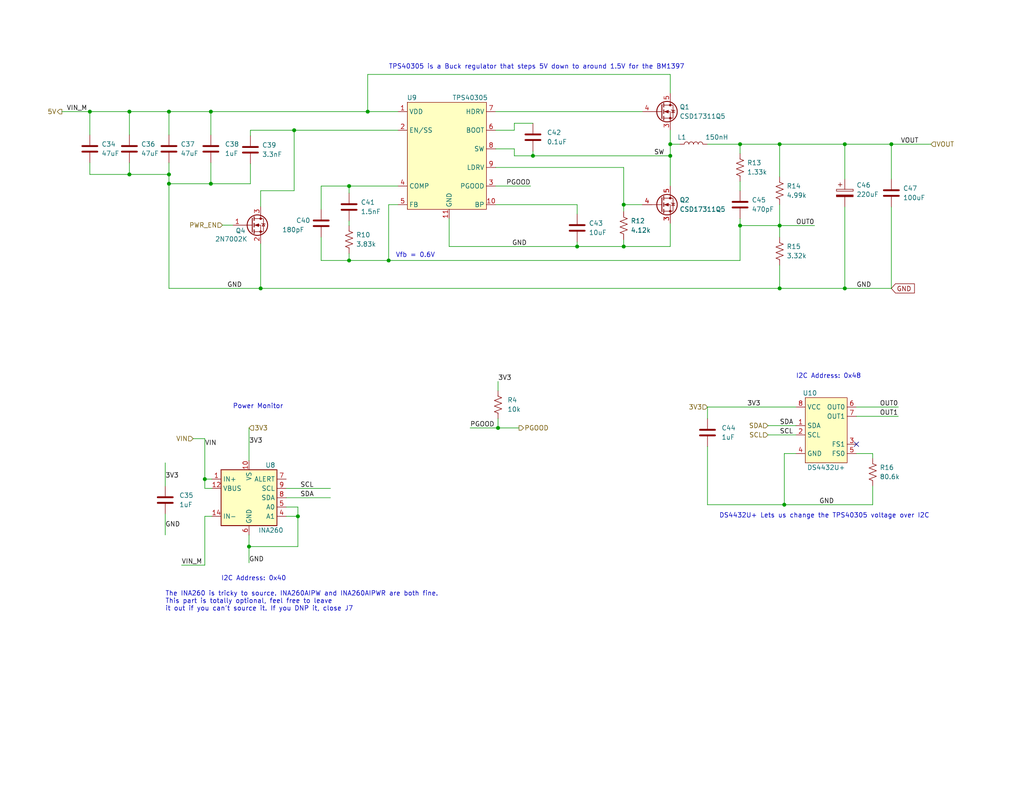
<source format=kicad_sch>
(kicad_sch (version 20230121) (generator eeschema)

  (uuid d3eaf28f-d55a-4d77-ac4e-fd16c6984c1a)

  (paper "A")

  (title_block
    (title "Bitaxe Ultra")
    (date "2023-12-15")
    (rev "205")
  )

  (lib_symbols
    (symbol "Device:C" (pin_numbers hide) (pin_names (offset 0.254)) (in_bom yes) (on_board yes)
      (property "Reference" "C" (at 0.635 2.54 0)
        (effects (font (size 1.27 1.27)) (justify left))
      )
      (property "Value" "C" (at 0.635 -2.54 0)
        (effects (font (size 1.27 1.27)) (justify left))
      )
      (property "Footprint" "" (at 0.9652 -3.81 0)
        (effects (font (size 1.27 1.27)) hide)
      )
      (property "Datasheet" "~" (at 0 0 0)
        (effects (font (size 1.27 1.27)) hide)
      )
      (property "ki_keywords" "cap capacitor" (at 0 0 0)
        (effects (font (size 1.27 1.27)) hide)
      )
      (property "ki_description" "Unpolarized capacitor" (at 0 0 0)
        (effects (font (size 1.27 1.27)) hide)
      )
      (property "ki_fp_filters" "C_*" (at 0 0 0)
        (effects (font (size 1.27 1.27)) hide)
      )
      (symbol "C_0_1"
        (polyline
          (pts
            (xy -2.032 -0.762)
            (xy 2.032 -0.762)
          )
          (stroke (width 0.508) (type default))
          (fill (type none))
        )
        (polyline
          (pts
            (xy -2.032 0.762)
            (xy 2.032 0.762)
          )
          (stroke (width 0.508) (type default))
          (fill (type none))
        )
      )
      (symbol "C_1_1"
        (pin passive line (at 0 3.81 270) (length 2.794)
          (name "~" (effects (font (size 1.27 1.27))))
          (number "1" (effects (font (size 1.27 1.27))))
        )
        (pin passive line (at 0 -3.81 90) (length 2.794)
          (name "~" (effects (font (size 1.27 1.27))))
          (number "2" (effects (font (size 1.27 1.27))))
        )
      )
    )
    (symbol "Device:C_Polarized" (pin_numbers hide) (pin_names (offset 0.254)) (in_bom yes) (on_board yes)
      (property "Reference" "C" (at 0.635 2.54 0)
        (effects (font (size 1.27 1.27)) (justify left))
      )
      (property "Value" "C_Polarized" (at 0.635 -2.54 0)
        (effects (font (size 1.27 1.27)) (justify left))
      )
      (property "Footprint" "" (at 0.9652 -3.81 0)
        (effects (font (size 1.27 1.27)) hide)
      )
      (property "Datasheet" "~" (at 0 0 0)
        (effects (font (size 1.27 1.27)) hide)
      )
      (property "ki_keywords" "cap capacitor" (at 0 0 0)
        (effects (font (size 1.27 1.27)) hide)
      )
      (property "ki_description" "Polarized capacitor" (at 0 0 0)
        (effects (font (size 1.27 1.27)) hide)
      )
      (property "ki_fp_filters" "CP_*" (at 0 0 0)
        (effects (font (size 1.27 1.27)) hide)
      )
      (symbol "C_Polarized_0_1"
        (rectangle (start -2.286 0.508) (end 2.286 1.016)
          (stroke (width 0) (type default))
          (fill (type none))
        )
        (polyline
          (pts
            (xy -1.778 2.286)
            (xy -0.762 2.286)
          )
          (stroke (width 0) (type default))
          (fill (type none))
        )
        (polyline
          (pts
            (xy -1.27 2.794)
            (xy -1.27 1.778)
          )
          (stroke (width 0) (type default))
          (fill (type none))
        )
        (rectangle (start 2.286 -0.508) (end -2.286 -1.016)
          (stroke (width 0) (type default))
          (fill (type outline))
        )
      )
      (symbol "C_Polarized_1_1"
        (pin passive line (at 0 3.81 270) (length 2.794)
          (name "~" (effects (font (size 1.27 1.27))))
          (number "1" (effects (font (size 1.27 1.27))))
        )
        (pin passive line (at 0 -3.81 90) (length 2.794)
          (name "~" (effects (font (size 1.27 1.27))))
          (number "2" (effects (font (size 1.27 1.27))))
        )
      )
    )
    (symbol "Device:L" (pin_numbers hide) (pin_names (offset 1.016) hide) (in_bom yes) (on_board yes)
      (property "Reference" "L" (at -1.27 0 90)
        (effects (font (size 1.27 1.27)))
      )
      (property "Value" "L" (at 1.905 0 90)
        (effects (font (size 1.27 1.27)))
      )
      (property "Footprint" "" (at 0 0 0)
        (effects (font (size 1.27 1.27)) hide)
      )
      (property "Datasheet" "~" (at 0 0 0)
        (effects (font (size 1.27 1.27)) hide)
      )
      (property "ki_keywords" "inductor choke coil reactor magnetic" (at 0 0 0)
        (effects (font (size 1.27 1.27)) hide)
      )
      (property "ki_description" "Inductor" (at 0 0 0)
        (effects (font (size 1.27 1.27)) hide)
      )
      (property "ki_fp_filters" "Choke_* *Coil* Inductor_* L_*" (at 0 0 0)
        (effects (font (size 1.27 1.27)) hide)
      )
      (symbol "L_0_1"
        (arc (start 0 -2.54) (mid 0.6323 -1.905) (end 0 -1.27)
          (stroke (width 0) (type default))
          (fill (type none))
        )
        (arc (start 0 -1.27) (mid 0.6323 -0.635) (end 0 0)
          (stroke (width 0) (type default))
          (fill (type none))
        )
        (arc (start 0 0) (mid 0.6323 0.635) (end 0 1.27)
          (stroke (width 0) (type default))
          (fill (type none))
        )
        (arc (start 0 1.27) (mid 0.6323 1.905) (end 0 2.54)
          (stroke (width 0) (type default))
          (fill (type none))
        )
      )
      (symbol "L_1_1"
        (pin passive line (at 0 3.81 270) (length 1.27)
          (name "1" (effects (font (size 1.27 1.27))))
          (number "1" (effects (font (size 1.27 1.27))))
        )
        (pin passive line (at 0 -3.81 90) (length 1.27)
          (name "2" (effects (font (size 1.27 1.27))))
          (number "2" (effects (font (size 1.27 1.27))))
        )
      )
    )
    (symbol "Device:R_US" (pin_numbers hide) (pin_names (offset 0)) (in_bom yes) (on_board yes)
      (property "Reference" "R" (at 2.54 0 90)
        (effects (font (size 1.27 1.27)))
      )
      (property "Value" "R_US" (at -2.54 0 90)
        (effects (font (size 1.27 1.27)))
      )
      (property "Footprint" "" (at 1.016 -0.254 90)
        (effects (font (size 1.27 1.27)) hide)
      )
      (property "Datasheet" "~" (at 0 0 0)
        (effects (font (size 1.27 1.27)) hide)
      )
      (property "ki_keywords" "R res resistor" (at 0 0 0)
        (effects (font (size 1.27 1.27)) hide)
      )
      (property "ki_description" "Resistor, US symbol" (at 0 0 0)
        (effects (font (size 1.27 1.27)) hide)
      )
      (property "ki_fp_filters" "R_*" (at 0 0 0)
        (effects (font (size 1.27 1.27)) hide)
      )
      (symbol "R_US_0_1"
        (polyline
          (pts
            (xy 0 -2.286)
            (xy 0 -2.54)
          )
          (stroke (width 0) (type default))
          (fill (type none))
        )
        (polyline
          (pts
            (xy 0 2.286)
            (xy 0 2.54)
          )
          (stroke (width 0) (type default))
          (fill (type none))
        )
        (polyline
          (pts
            (xy 0 -0.762)
            (xy 1.016 -1.143)
            (xy 0 -1.524)
            (xy -1.016 -1.905)
            (xy 0 -2.286)
          )
          (stroke (width 0) (type default))
          (fill (type none))
        )
        (polyline
          (pts
            (xy 0 0.762)
            (xy 1.016 0.381)
            (xy 0 0)
            (xy -1.016 -0.381)
            (xy 0 -0.762)
          )
          (stroke (width 0) (type default))
          (fill (type none))
        )
        (polyline
          (pts
            (xy 0 2.286)
            (xy 1.016 1.905)
            (xy 0 1.524)
            (xy -1.016 1.143)
            (xy 0 0.762)
          )
          (stroke (width 0) (type default))
          (fill (type none))
        )
      )
      (symbol "R_US_1_1"
        (pin passive line (at 0 3.81 270) (length 1.27)
          (name "~" (effects (font (size 1.27 1.27))))
          (number "1" (effects (font (size 1.27 1.27))))
        )
        (pin passive line (at 0 -3.81 90) (length 1.27)
          (name "~" (effects (font (size 1.27 1.27))))
          (number "2" (effects (font (size 1.27 1.27))))
        )
      )
    )
    (symbol "Sensor:INA260" (in_bom yes) (on_board yes)
      (property "Reference" "U" (at -6.35 8.89 0)
        (effects (font (size 1.27 1.27)))
      )
      (property "Value" "INA260" (at 2.54 8.89 0)
        (effects (font (size 1.27 1.27)) (justify left))
      )
      (property "Footprint" "Package_SO:TSSOP-16_4.4x5mm_P0.65mm" (at 0 -15.24 0)
        (effects (font (size 1.27 1.27)) hide)
      )
      (property "Datasheet" "http://www.ti.com/lit/ds/symlink/ina260.pdf" (at 0 -2.54 0)
        (effects (font (size 1.27 1.27)) hide)
      )
      (property "ki_keywords" "Current/power/voltage monitor" (at 0 0 0)
        (effects (font (size 1.27 1.27)) hide)
      )
      (property "ki_description" "Current/power/voltage monitor with Integrated 2mΩ Shunt Resistor, 2.7V - 5.5V, I2C, TSSOP-16" (at 0 0 0)
        (effects (font (size 1.27 1.27)) hide)
      )
      (property "ki_fp_filters" "TSSOP*4.4x5mm*P0.65mm*" (at 0 0 0)
        (effects (font (size 1.27 1.27)) hide)
      )
      (symbol "INA260_0_1"
        (rectangle (start -7.62 7.62) (end 7.62 -7.62)
          (stroke (width 0.254) (type default))
          (fill (type background))
        )
      )
      (symbol "INA260_1_1"
        (pin passive line (at -10.16 5.08 0) (length 2.54)
          (name "IN+" (effects (font (size 1.27 1.27))))
          (number "1" (effects (font (size 1.27 1.27))))
        )
        (pin power_in line (at 0 10.16 270) (length 2.54)
          (name "VS" (effects (font (size 1.27 1.27))))
          (number "10" (effects (font (size 1.27 1.27))))
        )
        (pin passive line (at 0 -10.16 90) (length 2.54) hide
          (name "GND" (effects (font (size 1.27 1.27))))
          (number "11" (effects (font (size 1.27 1.27))))
        )
        (pin passive line (at -10.16 2.54 0) (length 2.54)
          (name "VBUS" (effects (font (size 1.27 1.27))))
          (number "12" (effects (font (size 1.27 1.27))))
        )
        (pin no_connect line (at 2.54 -7.62 90) (length 2.54) hide
          (name "NC" (effects (font (size 1.27 1.27))))
          (number "13" (effects (font (size 1.27 1.27))))
        )
        (pin passive line (at -10.16 -5.08 0) (length 2.54)
          (name "IN-" (effects (font (size 1.27 1.27))))
          (number "14" (effects (font (size 1.27 1.27))))
        )
        (pin passive line (at -10.16 -5.08 0) (length 2.54) hide
          (name "IN-" (effects (font (size 1.27 1.27))))
          (number "15" (effects (font (size 1.27 1.27))))
        )
        (pin passive line (at -10.16 -5.08 0) (length 2.54) hide
          (name "IN-" (effects (font (size 1.27 1.27))))
          (number "16" (effects (font (size 1.27 1.27))))
        )
        (pin passive line (at -10.16 5.08 0) (length 2.54) hide
          (name "IN+" (effects (font (size 1.27 1.27))))
          (number "2" (effects (font (size 1.27 1.27))))
        )
        (pin passive line (at -10.16 5.08 0) (length 2.54) hide
          (name "IN+" (effects (font (size 1.27 1.27))))
          (number "3" (effects (font (size 1.27 1.27))))
        )
        (pin input line (at 10.16 -5.08 180) (length 2.54)
          (name "A1" (effects (font (size 1.27 1.27))))
          (number "4" (effects (font (size 1.27 1.27))))
        )
        (pin input line (at 10.16 -2.54 180) (length 2.54)
          (name "A0" (effects (font (size 1.27 1.27))))
          (number "5" (effects (font (size 1.27 1.27))))
        )
        (pin power_in line (at 0 -10.16 90) (length 2.54)
          (name "GND" (effects (font (size 1.27 1.27))))
          (number "6" (effects (font (size 1.27 1.27))))
        )
        (pin open_collector line (at 10.16 5.08 180) (length 2.54)
          (name "ALERT" (effects (font (size 1.27 1.27))))
          (number "7" (effects (font (size 1.27 1.27))))
        )
        (pin bidirectional line (at 10.16 0 180) (length 2.54)
          (name "SDA" (effects (font (size 1.27 1.27))))
          (number "8" (effects (font (size 1.27 1.27))))
        )
        (pin input line (at 10.16 2.54 180) (length 2.54)
          (name "SCL" (effects (font (size 1.27 1.27))))
          (number "9" (effects (font (size 1.27 1.27))))
        )
      )
    )
    (symbol "Transistor_FET:2N7002K" (pin_names hide) (in_bom yes) (on_board yes)
      (property "Reference" "Q" (at 5.08 1.905 0)
        (effects (font (size 1.27 1.27)) (justify left))
      )
      (property "Value" "2N7002K" (at 5.08 0 0)
        (effects (font (size 1.27 1.27)) (justify left))
      )
      (property "Footprint" "Package_TO_SOT_SMD:SOT-23" (at 5.08 -1.905 0)
        (effects (font (size 1.27 1.27) italic) (justify left) hide)
      )
      (property "Datasheet" "https://www.diodes.com/assets/Datasheets/ds30896.pdf" (at 0 0 0)
        (effects (font (size 1.27 1.27)) (justify left) hide)
      )
      (property "ki_keywords" "N-Channel MOSFET" (at 0 0 0)
        (effects (font (size 1.27 1.27)) hide)
      )
      (property "ki_description" "0.38A Id, 60V Vds, N-Channel MOSFET, SOT-23" (at 0 0 0)
        (effects (font (size 1.27 1.27)) hide)
      )
      (property "ki_fp_filters" "SOT?23*" (at 0 0 0)
        (effects (font (size 1.27 1.27)) hide)
      )
      (symbol "2N7002K_0_1"
        (polyline
          (pts
            (xy 0.254 0)
            (xy -2.54 0)
          )
          (stroke (width 0) (type default))
          (fill (type none))
        )
        (polyline
          (pts
            (xy 0.254 1.905)
            (xy 0.254 -1.905)
          )
          (stroke (width 0.254) (type default))
          (fill (type none))
        )
        (polyline
          (pts
            (xy 0.762 -1.27)
            (xy 0.762 -2.286)
          )
          (stroke (width 0.254) (type default))
          (fill (type none))
        )
        (polyline
          (pts
            (xy 0.762 0.508)
            (xy 0.762 -0.508)
          )
          (stroke (width 0.254) (type default))
          (fill (type none))
        )
        (polyline
          (pts
            (xy 0.762 2.286)
            (xy 0.762 1.27)
          )
          (stroke (width 0.254) (type default))
          (fill (type none))
        )
        (polyline
          (pts
            (xy 2.54 2.54)
            (xy 2.54 1.778)
          )
          (stroke (width 0) (type default))
          (fill (type none))
        )
        (polyline
          (pts
            (xy 2.54 -2.54)
            (xy 2.54 0)
            (xy 0.762 0)
          )
          (stroke (width 0) (type default))
          (fill (type none))
        )
        (polyline
          (pts
            (xy 0.762 -1.778)
            (xy 3.302 -1.778)
            (xy 3.302 1.778)
            (xy 0.762 1.778)
          )
          (stroke (width 0) (type default))
          (fill (type none))
        )
        (polyline
          (pts
            (xy 1.016 0)
            (xy 2.032 0.381)
            (xy 2.032 -0.381)
            (xy 1.016 0)
          )
          (stroke (width 0) (type default))
          (fill (type outline))
        )
        (polyline
          (pts
            (xy 2.794 0.508)
            (xy 2.921 0.381)
            (xy 3.683 0.381)
            (xy 3.81 0.254)
          )
          (stroke (width 0) (type default))
          (fill (type none))
        )
        (polyline
          (pts
            (xy 3.302 0.381)
            (xy 2.921 -0.254)
            (xy 3.683 -0.254)
            (xy 3.302 0.381)
          )
          (stroke (width 0) (type default))
          (fill (type none))
        )
        (circle (center 1.651 0) (radius 2.794)
          (stroke (width 0.254) (type default))
          (fill (type none))
        )
        (circle (center 2.54 -1.778) (radius 0.254)
          (stroke (width 0) (type default))
          (fill (type outline))
        )
        (circle (center 2.54 1.778) (radius 0.254)
          (stroke (width 0) (type default))
          (fill (type outline))
        )
      )
      (symbol "2N7002K_1_1"
        (pin input line (at -5.08 0 0) (length 2.54)
          (name "G" (effects (font (size 1.27 1.27))))
          (number "1" (effects (font (size 1.27 1.27))))
        )
        (pin passive line (at 2.54 -5.08 90) (length 2.54)
          (name "S" (effects (font (size 1.27 1.27))))
          (number "2" (effects (font (size 1.27 1.27))))
        )
        (pin passive line (at 2.54 5.08 270) (length 2.54)
          (name "D" (effects (font (size 1.27 1.27))))
          (number "3" (effects (font (size 1.27 1.27))))
        )
      )
    )
    (symbol "bitaxe:DS4432U+" (in_bom yes) (on_board yes)
      (property "Reference" "U10" (at -5.08 10.16 0)
        (effects (font (size 1.27 1.27)))
      )
      (property "Value" "DS4432U+" (at -0.635 -10.16 0)
        (effects (font (size 1.27 1.27)))
      )
      (property "Footprint" "Package_SO:TSSOP-8_3x3mm_P0.65mm" (at 0 0 0)
        (effects (font (size 1.27 1.27)) hide)
      )
      (property "Datasheet" "https://datasheets.maximintegrated.com/en/ds/DS4432.pdf" (at 0 0 0)
        (effects (font (size 1.27 1.27)) hide)
      )
      (property "PARTNO" "DS4432U+" (at 0 0 0)
        (effects (font (size 1.27 1.27)) hide)
      )
      (property "DK" "DS4432U+-ND" (at 0 0 0)
        (effects (font (size 1.27 1.27)) hide)
      )
      (symbol "DS4432U+_0_1"
        (rectangle (start -6.35 8.89) (end 5.08 -8.89)
          (stroke (width 0.1524) (type default))
          (fill (type background))
        )
      )
      (symbol "DS4432U+_1_1"
        (pin input line (at -8.89 1.27 0) (length 2.54)
          (name "SDA" (effects (font (size 1.27 1.27))))
          (number "1" (effects (font (size 1.27 1.27))))
        )
        (pin input line (at -8.89 -1.27 0) (length 2.54)
          (name "SCL" (effects (font (size 1.27 1.27))))
          (number "2" (effects (font (size 1.27 1.27))))
        )
        (pin input line (at 7.62 -3.81 180) (length 2.54)
          (name "FS1" (effects (font (size 1.27 1.27))))
          (number "3" (effects (font (size 1.27 1.27))))
        )
        (pin power_in line (at -8.89 -6.35 0) (length 2.54)
          (name "GND" (effects (font (size 1.27 1.27))))
          (number "4" (effects (font (size 1.27 1.27))))
        )
        (pin input line (at 7.62 -6.35 180) (length 2.54)
          (name "FS0" (effects (font (size 1.27 1.27))))
          (number "5" (effects (font (size 1.27 1.27))))
        )
        (pin output line (at 7.62 6.35 180) (length 2.54)
          (name "OUT0" (effects (font (size 1.27 1.27))))
          (number "6" (effects (font (size 1.27 1.27))))
        )
        (pin output line (at 7.62 3.81 180) (length 2.54)
          (name "OUT1" (effects (font (size 1.27 1.27))))
          (number "7" (effects (font (size 1.27 1.27))))
        )
        (pin power_in line (at -8.89 6.35 0) (length 2.54)
          (name "VCC" (effects (font (size 1.27 1.27))))
          (number "8" (effects (font (size 1.27 1.27))))
        )
      )
    )
    (symbol "bitaxe:Q_NMOS_CSD17311Q5_1" (pin_names (offset 0) hide) (in_bom yes) (on_board yes)
      (property "Reference" "Q1" (at 5.08 1.27 0)
        (effects (font (size 1.27 1.27)) (justify left))
      )
      (property "Value" "CSD17311Q5" (at 5.08 -1.27 0)
        (effects (font (size 1.27 1.27)) (justify left))
      )
      (property "Footprint" "TPS40305_supply:CSD17311Q5" (at 5.08 2.54 0)
        (effects (font (size 1.27 1.27)) hide)
      )
      (property "Datasheet" "https://www.ti.com/lit/ds/symlink/csd17311q5.pdf" (at 0 0 0)
        (effects (font (size 1.27 1.27)) hide)
      )
      (property "DK" "296-27625-1-ND" (at 0 0 0)
        (effects (font (size 1.27 1.27)) hide)
      )
      (property "PARTNO" "CSD17311Q5" (at 0 0 0)
        (effects (font (size 1.27 1.27)) hide)
      )
      (property "ki_keywords" "transistor NMOS N-MOS N-MOSFET" (at 0 0 0)
        (effects (font (size 1.27 1.27)) hide)
      )
      (property "ki_description" "N-MOSFET transistor, drain/gate/source" (at 0 0 0)
        (effects (font (size 1.27 1.27)) hide)
      )
      (symbol "Q_NMOS_CSD17311Q5_1_0_1"
        (polyline
          (pts
            (xy 0.254 0)
            (xy -2.54 0)
          )
          (stroke (width 0) (type default))
          (fill (type none))
        )
        (polyline
          (pts
            (xy 0.254 1.905)
            (xy 0.254 -1.905)
          )
          (stroke (width 0.254) (type default))
          (fill (type none))
        )
        (polyline
          (pts
            (xy 0.762 -1.27)
            (xy 0.762 -2.286)
          )
          (stroke (width 0.254) (type default))
          (fill (type none))
        )
        (polyline
          (pts
            (xy 0.762 0.508)
            (xy 0.762 -0.508)
          )
          (stroke (width 0.254) (type default))
          (fill (type none))
        )
        (polyline
          (pts
            (xy 0.762 2.286)
            (xy 0.762 1.27)
          )
          (stroke (width 0.254) (type default))
          (fill (type none))
        )
        (polyline
          (pts
            (xy 2.54 2.54)
            (xy 2.54 1.778)
          )
          (stroke (width 0) (type default))
          (fill (type none))
        )
        (polyline
          (pts
            (xy 2.54 -2.54)
            (xy 2.54 0)
            (xy 0.762 0)
          )
          (stroke (width 0) (type default))
          (fill (type none))
        )
        (polyline
          (pts
            (xy 0.762 -1.778)
            (xy 3.302 -1.778)
            (xy 3.302 1.778)
            (xy 0.762 1.778)
          )
          (stroke (width 0) (type default))
          (fill (type none))
        )
        (polyline
          (pts
            (xy 1.016 0)
            (xy 2.032 0.381)
            (xy 2.032 -0.381)
            (xy 1.016 0)
          )
          (stroke (width 0) (type default))
          (fill (type outline))
        )
        (polyline
          (pts
            (xy 2.794 0.508)
            (xy 2.921 0.381)
            (xy 3.683 0.381)
            (xy 3.81 0.254)
          )
          (stroke (width 0) (type default))
          (fill (type none))
        )
        (polyline
          (pts
            (xy 3.302 0.381)
            (xy 2.921 -0.254)
            (xy 3.683 -0.254)
            (xy 3.302 0.381)
          )
          (stroke (width 0) (type default))
          (fill (type none))
        )
        (circle (center 1.651 0) (radius 2.794)
          (stroke (width 0.254) (type default))
          (fill (type none))
        )
        (circle (center 2.54 -1.778) (radius 0.254)
          (stroke (width 0) (type default))
          (fill (type outline))
        )
        (circle (center 2.54 1.778) (radius 0.254)
          (stroke (width 0) (type default))
          (fill (type outline))
        )
      )
      (symbol "Q_NMOS_CSD17311Q5_1_1_1"
        (pin passive line (at 2.54 -5.08 90) (length 2.54) hide
          (name "" (effects (font (size 1.27 1.27))))
          (number "1" (effects (font (size 1.27 1.27))))
        )
        (pin passive line (at 2.54 -5.08 90) (length 2.54) hide
          (name "" (effects (font (size 1.27 1.27))))
          (number "2" (effects (font (size 1.27 1.27))))
        )
        (pin passive line (at 2.54 -5.08 90) (length 2.54)
          (name "S" (effects (font (size 1.27 1.27))))
          (number "3" (effects (font (size 1.27 1.27))))
        )
        (pin input line (at -5.08 0 0) (length 2.54)
          (name "G" (effects (font (size 1.27 1.27))))
          (number "4" (effects (font (size 1.27 1.27))))
        )
        (pin passive line (at 2.54 5.08 270) (length 2.54)
          (name "D" (effects (font (size 1.27 1.27))))
          (number "5" (effects (font (size 1.27 1.27))))
        )
      )
    )
    (symbol "bitaxe:TPS40305" (in_bom yes) (on_board yes)
      (property "Reference" "U9" (at -10.16 16.51 0)
        (effects (font (size 1.27 1.27)))
      )
      (property "Value" "TPS40305" (at 5.715 16.51 0)
        (effects (font (size 1.27 1.27)))
      )
      (property "Footprint" "TPS40305_supply:TPS40305" (at -13.97 -11.43 0)
        (effects (font (size 1.27 1.27)) hide)
      )
      (property "Datasheet" "https://www.ti.com/lit/ds/symlink/tps40303.pdf" (at -13.97 -11.43 0)
        (effects (font (size 1.27 1.27)) hide)
      )
      (property "DK" "296-37445-1-ND" (at 0 0 0)
        (effects (font (size 1.27 1.27)) hide)
      )
      (property "PARTNO" "TPS40305DRCR" (at 0 0 0)
        (effects (font (size 1.27 1.27)) hide)
      )
      (symbol "TPS40305_0_1"
        (rectangle (start -11.43 15.24) (end 10.16 -13.97)
          (stroke (width 0.1524) (type default))
          (fill (type background))
        )
      )
      (symbol "TPS40305_1_1"
        (pin input line (at -13.97 12.7 0) (length 2.54)
          (name "VDD" (effects (font (size 1.27 1.27))))
          (number "1" (effects (font (size 1.27 1.27))))
        )
        (pin input line (at 12.7 -12.7 180) (length 2.54)
          (name "BP" (effects (font (size 1.27 1.27))))
          (number "10" (effects (font (size 1.27 1.27))))
        )
        (pin input line (at 0 -16.51 90) (length 2.54)
          (name "GND" (effects (font (size 1.27 1.27))))
          (number "11" (effects (font (size 1.27 1.27))))
        )
        (pin input line (at -13.97 7.62 0) (length 2.54)
          (name "EN/SS" (effects (font (size 1.27 1.27))))
          (number "2" (effects (font (size 1.27 1.27))))
        )
        (pin input line (at 12.7 -7.62 180) (length 2.54)
          (name "PGOOD" (effects (font (size 1.27 1.27))))
          (number "3" (effects (font (size 1.27 1.27))))
        )
        (pin input line (at -13.97 -7.62 0) (length 2.54)
          (name "COMP" (effects (font (size 1.27 1.27))))
          (number "4" (effects (font (size 1.27 1.27))))
        )
        (pin input line (at -13.97 -12.7 0) (length 2.54)
          (name "FB" (effects (font (size 1.27 1.27))))
          (number "5" (effects (font (size 1.27 1.27))))
        )
        (pin input line (at 12.7 7.62 180) (length 2.54)
          (name "BOOT" (effects (font (size 1.27 1.27))))
          (number "6" (effects (font (size 1.27 1.27))))
        )
        (pin input line (at 12.7 12.7 180) (length 2.54)
          (name "HDRV" (effects (font (size 1.27 1.27))))
          (number "7" (effects (font (size 1.27 1.27))))
        )
        (pin input line (at 12.7 2.54 180) (length 2.54)
          (name "SW" (effects (font (size 1.27 1.27))))
          (number "8" (effects (font (size 1.27 1.27))))
        )
        (pin input line (at 12.7 -2.54 180) (length 2.54)
          (name "LDRV" (effects (font (size 1.27 1.27))))
          (number "9" (effects (font (size 1.27 1.27))))
        )
      )
    )
  )

  (junction (at 135.89 116.84) (diameter 0) (color 0 0 0 0)
    (uuid 040f15d8-0ae1-45b1-b8a2-a8f1ff63837a)
  )
  (junction (at 46.101 50.165) (diameter 0) (color 0 0 0 0)
    (uuid 0512750b-38d3-4ed7-96f4-688966eb461d)
  )
  (junction (at 201.93 61.595) (diameter 0) (color 0 0 0 0)
    (uuid 0aef0fad-91d4-4945-805d-26affbf90a01)
  )
  (junction (at 46.101 47.625) (diameter 0) (color 0 0 0 0)
    (uuid 0b1d536b-5601-4952-8868-a07a0ed0b251)
  )
  (junction (at 213.995 137.795) (diameter 0) (color 0 0 0 0)
    (uuid 1d5609d0-8817-4f46-9e34-be6e3d5ee99c)
  )
  (junction (at 24.511 30.48) (diameter 0) (color 0 0 0 0)
    (uuid 2b15213a-822b-4970-b92c-2ea163ea9a4b)
  )
  (junction (at 145.415 42.545) (diameter 0) (color 0 0 0 0)
    (uuid 4595fcae-5205-4aed-8e73-003d149ce8a3)
  )
  (junction (at 182.88 42.545) (diameter 0) (color 0 0 0 0)
    (uuid 5ae586c1-9c36-452c-8744-9d524203efe0)
  )
  (junction (at 212.725 78.74) (diameter 0) (color 0 0 0 0)
    (uuid 6225d443-df97-4cda-95c1-92844a9bacd0)
  )
  (junction (at 95.25 50.8) (diameter 0) (color 0 0 0 0)
    (uuid 643ad3a7-e6bb-43d6-aefa-53787f52f42d)
  )
  (junction (at 182.88 39.37) (diameter 0) (color 0 0 0 0)
    (uuid 7ae0468c-723d-4040-8d4a-ffefbdd0b583)
  )
  (junction (at 170.18 55.88) (diameter 0) (color 0 0 0 0)
    (uuid 7c9b45af-b05d-4c37-a468-7a12eed8aaa9)
  )
  (junction (at 230.505 78.74) (diameter 0) (color 0 0 0 0)
    (uuid 82866bd8-e269-4593-9543-12901e504079)
  )
  (junction (at 212.725 39.37) (diameter 0) (color 0 0 0 0)
    (uuid 9c199b71-2b3c-4824-ba6b-3737deb4bae2)
  )
  (junction (at 35.306 47.625) (diameter 0) (color 0 0 0 0)
    (uuid a3132444-f6ab-49f0-8049-bfe815428d3b)
  )
  (junction (at 57.531 30.48) (diameter 0) (color 0 0 0 0)
    (uuid b12d543b-374e-4cfc-833d-eb0d78d8f209)
  )
  (junction (at 100.33 30.48) (diameter 0) (color 0 0 0 0)
    (uuid b26d8219-d3ee-4d3d-8a82-9b2ac46c7f7d)
  )
  (junction (at 106.045 71.12) (diameter 0) (color 0 0 0 0)
    (uuid b299452a-6989-41b6-83fc-459f879ffb3b)
  )
  (junction (at 67.945 149.225) (diameter 0) (color 0 0 0 0)
    (uuid b551cad8-015e-42db-834f-b2035eba61d4)
  )
  (junction (at 35.306 30.48) (diameter 0) (color 0 0 0 0)
    (uuid bb5b3089-bd3b-4035-8f61-3f8a4b8cba12)
  )
  (junction (at 230.505 39.37) (diameter 0) (color 0 0 0 0)
    (uuid bb8f1ac0-33d3-4b25-9e75-ec21a1da0c7e)
  )
  (junction (at 212.725 61.595) (diameter 0) (color 0 0 0 0)
    (uuid bd0f8a7b-ff7c-484d-b487-b9957086fbdb)
  )
  (junction (at 81.28 140.97) (diameter 0) (color 0 0 0 0)
    (uuid c1149c55-7db3-48ef-9451-2daaa9620680)
  )
  (junction (at 157.48 67.31) (diameter 0) (color 0 0 0 0)
    (uuid c9ee9bc1-f817-4f4c-9938-f5ce68ec6ca6)
  )
  (junction (at 46.101 30.48) (diameter 0) (color 0 0 0 0)
    (uuid d275bfd7-d65a-4315-84b6-49c194f5cc1c)
  )
  (junction (at 57.531 50.165) (diameter 0) (color 0 0 0 0)
    (uuid d5d7f076-8e59-491a-a1bb-1cb7b2988a4f)
  )
  (junction (at 243.205 39.37) (diameter 0) (color 0 0 0 0)
    (uuid d74bdc8e-5ad9-411b-b25c-342e79024092)
  )
  (junction (at 80.264 35.56) (diameter 0) (color 0 0 0 0)
    (uuid df17fbd8-832c-4802-ba17-bc70e9d62c6d)
  )
  (junction (at 55.88 130.81) (diameter 0) (color 0 0 0 0)
    (uuid e5a48633-8732-4c74-8621-3587f6592a3c)
  )
  (junction (at 201.93 39.37) (diameter 0) (color 0 0 0 0)
    (uuid eba9109e-341b-4557-a29c-71bfee1d560a)
  )
  (junction (at 95.25 71.12) (diameter 0) (color 0 0 0 0)
    (uuid ff2a45d9-7d3b-421b-a792-9a65bbe58c9c)
  )
  (junction (at 71.12 78.74) (diameter 0) (color 0 0 0 0)
    (uuid ff935eb8-e63c-4bee-96f8-6ed9de7c5494)
  )
  (junction (at 170.18 67.31) (diameter 0) (color 0 0 0 0)
    (uuid fff43905-ed69-465c-ba58-21faa70bd0dd)
  )

  (no_connect (at 233.68 121.285) (uuid 6b93033c-773c-496c-b1bb-7d7b18d14f09))

  (wire (pts (xy 243.205 39.37) (xy 230.505 39.37))
    (stroke (width 0) (type default))
    (uuid 081732f6-5047-42da-9e01-2745514a25d8)
  )
  (wire (pts (xy 193.04 111.125) (xy 217.17 111.125))
    (stroke (width 0) (type default))
    (uuid 08400161-4a31-473d-8192-08f1b0c4db24)
  )
  (wire (pts (xy 60.706 61.468) (xy 63.5 61.468))
    (stroke (width 0) (type default))
    (uuid 0875fed3-1f1d-465b-abd0-071810c3d563)
  )
  (wire (pts (xy 157.48 66.04) (xy 157.48 67.31))
    (stroke (width 0) (type default))
    (uuid 0939d6f8-ce03-4384-86ff-8b2df3b207c2)
  )
  (wire (pts (xy 24.511 30.48) (xy 35.306 30.48))
    (stroke (width 0) (type default))
    (uuid 0a1c5d2f-fda1-49d7-9e0c-dec19917f138)
  )
  (wire (pts (xy 108.585 50.8) (xy 95.25 50.8))
    (stroke (width 0) (type default))
    (uuid 0e0f5679-a7b1-42a3-80a8-089d04f94224)
  )
  (wire (pts (xy 182.88 35.56) (xy 182.88 39.37))
    (stroke (width 0) (type default))
    (uuid 10ee506d-0486-4e42-acbd-5fbbf4dbbbdf)
  )
  (wire (pts (xy 243.205 48.895) (xy 243.205 39.37))
    (stroke (width 0) (type default))
    (uuid 13bdbb8d-f657-45a3-baea-6a50a49b7d58)
  )
  (wire (pts (xy 170.18 55.88) (xy 175.26 55.88))
    (stroke (width 0) (type default))
    (uuid 13c5e5a8-8294-40fd-908c-06e4b0041be1)
  )
  (wire (pts (xy 157.48 55.88) (xy 157.48 58.42))
    (stroke (width 0) (type default))
    (uuid 13d51636-8b6c-4e5b-891e-9c492a2d9f60)
  )
  (wire (pts (xy 67.945 116.84) (xy 67.945 125.73))
    (stroke (width 0) (type default))
    (uuid 166ee81c-4605-4d86-9b64-c9e0a49f4a8d)
  )
  (wire (pts (xy 95.25 60.325) (xy 95.25 61.595))
    (stroke (width 0) (type default))
    (uuid 188a9903-e1c5-4618-b6e2-6ccac6f81291)
  )
  (wire (pts (xy 57.531 44.45) (xy 57.531 50.165))
    (stroke (width 0) (type default))
    (uuid 1ab82d38-666a-4eca-8322-a970dc9a270b)
  )
  (wire (pts (xy 212.725 55.88) (xy 212.725 61.595))
    (stroke (width 0) (type default))
    (uuid 1d55daf7-5096-46d2-8a08-678d555a2cf8)
  )
  (wire (pts (xy 170.18 45.72) (xy 170.18 55.88))
    (stroke (width 0) (type default))
    (uuid 1de27f77-dd23-451c-942d-0867571fb10d)
  )
  (wire (pts (xy 55.88 130.81) (xy 55.88 119.761))
    (stroke (width 0) (type default))
    (uuid 214c359a-c02e-42d1-a0b9-7a3afd1dc9ed)
  )
  (wire (pts (xy 35.306 44.45) (xy 35.306 47.625))
    (stroke (width 0) (type default))
    (uuid 21892999-1247-40f4-8a88-6fe29099fdd4)
  )
  (wire (pts (xy 170.18 67.31) (xy 170.18 65.405))
    (stroke (width 0) (type default))
    (uuid 26f037e5-6478-4088-a089-56c4e71c4289)
  )
  (wire (pts (xy 233.68 113.665) (xy 245.11 113.665))
    (stroke (width 0) (type default))
    (uuid 299abfa4-ae6a-4c9b-8f0f-93228dcaaead)
  )
  (wire (pts (xy 68.326 44.704) (xy 68.326 50.165))
    (stroke (width 0) (type default))
    (uuid 29ea7600-5358-44d8-b223-7e5b302112e7)
  )
  (wire (pts (xy 182.88 20.32) (xy 100.33 20.32))
    (stroke (width 0) (type default))
    (uuid 2ce4e460-57db-4330-bf2d-068a2fa825d4)
  )
  (wire (pts (xy 193.04 114.3) (xy 193.04 111.125))
    (stroke (width 0) (type default))
    (uuid 2ec4f276-96fc-4d49-9a93-64f814a4432f)
  )
  (wire (pts (xy 201.93 39.37) (xy 201.93 41.91))
    (stroke (width 0) (type default))
    (uuid 2f252250-b413-4705-9694-07923b37feab)
  )
  (wire (pts (xy 57.785 133.35) (xy 55.88 133.35))
    (stroke (width 0) (type default))
    (uuid 33fcefc7-247f-4f65-806e-458c534a3eb3)
  )
  (wire (pts (xy 35.306 47.625) (xy 46.101 47.625))
    (stroke (width 0) (type default))
    (uuid 3cba24a5-8b65-4ba7-9217-5b93e8778450)
  )
  (wire (pts (xy 243.205 39.37) (xy 254 39.37))
    (stroke (width 0) (type default))
    (uuid 3d87c766-4719-4ab8-880f-7e5eb38192ad)
  )
  (wire (pts (xy 55.88 140.97) (xy 55.88 154.305))
    (stroke (width 0) (type default))
    (uuid 41c338d6-da6e-4f7b-b48c-b66971ec161e)
  )
  (wire (pts (xy 80.264 35.56) (xy 68.326 35.56))
    (stroke (width 0) (type default))
    (uuid 422750d7-c553-4f4c-80a1-4c406dcda170)
  )
  (wire (pts (xy 128.27 116.84) (xy 135.89 116.84))
    (stroke (width 0) (type default))
    (uuid 44580ad1-955e-4d21-a97f-67b23e028b38)
  )
  (wire (pts (xy 87.63 71.12) (xy 87.63 64.77))
    (stroke (width 0) (type default))
    (uuid 4520b500-0e79-4c97-9288-b63452c5c410)
  )
  (wire (pts (xy 87.63 50.8) (xy 87.63 57.15))
    (stroke (width 0) (type default))
    (uuid 45e36a10-ca1a-441a-811a-2eb1f1bd8349)
  )
  (wire (pts (xy 49.53 154.305) (xy 55.88 154.305))
    (stroke (width 0) (type default))
    (uuid 4650e636-3f57-43fb-9d1f-0c001cf8d7a1)
  )
  (wire (pts (xy 209.55 116.205) (xy 217.17 116.205))
    (stroke (width 0) (type default))
    (uuid 46609f3b-110d-4146-a116-97bc1136aac9)
  )
  (wire (pts (xy 46.101 50.165) (xy 57.531 50.165))
    (stroke (width 0) (type default))
    (uuid 4904df84-edb6-45cd-b5dd-524842d18456)
  )
  (wire (pts (xy 78.105 138.43) (xy 81.28 138.43))
    (stroke (width 0) (type default))
    (uuid 4b64495e-11f7-474c-8a98-ea9c0ab4106e)
  )
  (wire (pts (xy 122.555 67.31) (xy 157.48 67.31))
    (stroke (width 0) (type default))
    (uuid 4c9d01d7-178b-4783-a9d6-858ba6d34d16)
  )
  (wire (pts (xy 81.28 149.225) (xy 67.945 149.225))
    (stroke (width 0) (type default))
    (uuid 50112e11-01a1-4ce9-b6b3-40e55e2a33c6)
  )
  (wire (pts (xy 80.264 52.07) (xy 80.264 35.56))
    (stroke (width 0) (type default))
    (uuid 54a8b9f6-86f1-4d68-bee5-969af5059685)
  )
  (wire (pts (xy 213.995 123.825) (xy 217.17 123.825))
    (stroke (width 0) (type default))
    (uuid 578559b3-4aae-4bb2-90ea-59d46a6eadd0)
  )
  (wire (pts (xy 46.101 78.74) (xy 71.12 78.74))
    (stroke (width 0) (type default))
    (uuid 5864d707-d016-4407-874f-5d4fa31d4b60)
  )
  (wire (pts (xy 201.93 49.53) (xy 201.93 52.07))
    (stroke (width 0) (type default))
    (uuid 590d2f73-c98d-4184-8fce-749b89986bff)
  )
  (wire (pts (xy 57.785 130.81) (xy 55.88 130.81))
    (stroke (width 0) (type default))
    (uuid 5ec7cc02-7066-4bc5-83a0-b62658f03604)
  )
  (wire (pts (xy 57.531 30.48) (xy 57.531 36.83))
    (stroke (width 0) (type default))
    (uuid 5ecfcb04-013c-44f2-ba82-8e8eb88d037b)
  )
  (wire (pts (xy 95.25 69.215) (xy 95.25 71.12))
    (stroke (width 0) (type default))
    (uuid 5f1835c0-bc30-4244-bb67-112f22f88b51)
  )
  (wire (pts (xy 212.725 72.39) (xy 212.725 78.74))
    (stroke (width 0) (type default))
    (uuid 659908f0-97d8-48b4-a42f-aac8c84fef17)
  )
  (wire (pts (xy 157.48 67.31) (xy 170.18 67.31))
    (stroke (width 0) (type default))
    (uuid 6886933e-eeb7-4636-bf39-447ee6a322fd)
  )
  (wire (pts (xy 238.125 132.715) (xy 238.125 137.795))
    (stroke (width 0) (type default))
    (uuid 6a4b5502-9780-4f23-a280-e64ac95f8c87)
  )
  (wire (pts (xy 230.505 39.37) (xy 230.505 48.895))
    (stroke (width 0) (type default))
    (uuid 6b88c166-2f63-4143-8ba0-a34b69c304c6)
  )
  (wire (pts (xy 212.725 61.595) (xy 212.725 64.77))
    (stroke (width 0) (type default))
    (uuid 6ba739f4-a8f3-4731-be5c-42cc1c24ddc1)
  )
  (wire (pts (xy 140.335 40.64) (xy 140.335 42.545))
    (stroke (width 0) (type default))
    (uuid 6c3a943f-4004-49c5-9f87-7c121e084123)
  )
  (wire (pts (xy 71.12 52.07) (xy 80.264 52.07))
    (stroke (width 0) (type default))
    (uuid 6c3fb2cb-13c8-46ae-92f8-7ea201510bda)
  )
  (wire (pts (xy 182.88 60.96) (xy 182.88 67.31))
    (stroke (width 0) (type default))
    (uuid 6c9e058e-803a-430f-84ce-0525db9ad07c)
  )
  (wire (pts (xy 81.28 138.43) (xy 81.28 140.97))
    (stroke (width 0) (type default))
    (uuid 6de3814d-988c-440d-8e08-42d839a8b36a)
  )
  (wire (pts (xy 135.255 45.72) (xy 170.18 45.72))
    (stroke (width 0) (type default))
    (uuid 6f5c3d2e-fde0-48f7-9d6c-6e71ca9515f3)
  )
  (wire (pts (xy 135.255 40.64) (xy 140.335 40.64))
    (stroke (width 0) (type default))
    (uuid 70bb00c7-4938-4762-a35e-a6949d6fbf0e)
  )
  (wire (pts (xy 24.511 47.625) (xy 35.306 47.625))
    (stroke (width 0) (type default))
    (uuid 72f568e8-5f09-4c90-a06c-e991cc076fef)
  )
  (wire (pts (xy 233.68 111.125) (xy 245.11 111.125))
    (stroke (width 0) (type default))
    (uuid 733c3a85-e24b-4bdf-98da-c589bb2a09ad)
  )
  (wire (pts (xy 24.511 36.83) (xy 24.511 30.48))
    (stroke (width 0) (type default))
    (uuid 7465fbfd-6cd0-4e8f-8451-33f0ddf2b2fc)
  )
  (wire (pts (xy 230.505 56.515) (xy 230.505 78.74))
    (stroke (width 0) (type default))
    (uuid 79971294-f34b-4b4d-858d-5a214ef4ca7f)
  )
  (wire (pts (xy 46.101 30.48) (xy 46.101 36.83))
    (stroke (width 0) (type default))
    (uuid 7b318f3a-d72c-4093-9d27-50b5bf8997f1)
  )
  (wire (pts (xy 35.306 30.48) (xy 46.101 30.48))
    (stroke (width 0) (type default))
    (uuid 7e7ceefe-1805-4412-8a84-39e7f867c3de)
  )
  (wire (pts (xy 213.995 137.795) (xy 213.995 123.825))
    (stroke (width 0) (type default))
    (uuid 7eb82fc1-65fd-41cc-9d1e-6a5cf9f2d9f4)
  )
  (wire (pts (xy 45.085 140.335) (xy 45.085 146.05))
    (stroke (width 0) (type default))
    (uuid 811b2ed1-b797-47d9-a0e3-0d45f9c92454)
  )
  (wire (pts (xy 140.335 42.545) (xy 145.415 42.545))
    (stroke (width 0) (type default))
    (uuid 81703597-3179-4267-85d2-0e21938e7d5c)
  )
  (wire (pts (xy 230.505 39.37) (xy 212.725 39.37))
    (stroke (width 0) (type default))
    (uuid 85d85f91-fe75-4b98-819f-93c8df16a8b2)
  )
  (wire (pts (xy 100.33 20.32) (xy 100.33 30.48))
    (stroke (width 0) (type default))
    (uuid 86ccb5e5-f00c-4eb6-a2a6-fe4383f22a91)
  )
  (wire (pts (xy 182.88 67.31) (xy 170.18 67.31))
    (stroke (width 0) (type default))
    (uuid 86f6b0e6-b437-4fd6-93c9-038f3c528bb5)
  )
  (wire (pts (xy 67.945 149.225) (xy 67.945 153.67))
    (stroke (width 0) (type default))
    (uuid 8776183e-4c81-4123-878d-4580cd816d73)
  )
  (wire (pts (xy 233.68 123.825) (xy 238.125 123.825))
    (stroke (width 0) (type default))
    (uuid 88007c01-d169-4a19-bfd7-9c8cac96de57)
  )
  (wire (pts (xy 135.89 116.84) (xy 141.605 116.84))
    (stroke (width 0) (type default))
    (uuid 8978604d-1b53-4aa9-bb93-0210e8aa6ba4)
  )
  (wire (pts (xy 170.18 55.88) (xy 170.18 57.785))
    (stroke (width 0) (type default))
    (uuid 8a1762a6-c0fb-419c-a8db-692a33eadaa0)
  )
  (wire (pts (xy 182.88 42.545) (xy 182.88 50.8))
    (stroke (width 0) (type default))
    (uuid 8b7c1187-503a-4b90-8751-cd14bb135386)
  )
  (wire (pts (xy 95.25 71.12) (xy 87.63 71.12))
    (stroke (width 0) (type default))
    (uuid 8baab4f4-6fb2-4271-b7ba-a10691a1d9d1)
  )
  (wire (pts (xy 46.101 30.48) (xy 57.531 30.48))
    (stroke (width 0) (type default))
    (uuid 906f39d0-6a7c-4561-8209-d1887137e83e)
  )
  (wire (pts (xy 230.505 78.74) (xy 243.205 78.74))
    (stroke (width 0) (type default))
    (uuid 90aaa700-6e6b-4ac6-8156-419c7bf5a271)
  )
  (wire (pts (xy 193.04 137.795) (xy 213.995 137.795))
    (stroke (width 0) (type default))
    (uuid 99a4f688-6293-4e94-a99b-d4686a8772f6)
  )
  (wire (pts (xy 78.105 140.97) (xy 81.28 140.97))
    (stroke (width 0) (type default))
    (uuid 99ecb150-74d2-4998-a682-64df70407f44)
  )
  (wire (pts (xy 67.945 146.05) (xy 67.945 149.225))
    (stroke (width 0) (type default))
    (uuid 9d947c8a-37e0-4038-9bca-41c6f358f473)
  )
  (wire (pts (xy 135.255 50.8) (xy 144.78 50.8))
    (stroke (width 0) (type default))
    (uuid 9d9e90ab-6faa-41d7-8520-c03a9c2d4354)
  )
  (wire (pts (xy 106.045 71.12) (xy 95.25 71.12))
    (stroke (width 0) (type default))
    (uuid 9e4d31d3-050e-4dc6-880b-7b1649c00b1d)
  )
  (wire (pts (xy 35.306 30.48) (xy 35.306 36.83))
    (stroke (width 0) (type default))
    (uuid a0027e91-ec22-43f8-84ec-5947aeebf7ca)
  )
  (wire (pts (xy 135.89 114.3) (xy 135.89 116.84))
    (stroke (width 0) (type default))
    (uuid a1140d3e-96a2-4b08-a648-eba94526798e)
  )
  (wire (pts (xy 71.12 66.548) (xy 71.12 78.74))
    (stroke (width 0) (type default))
    (uuid a1c40140-242b-41df-97f7-a5b6cac7cbef)
  )
  (wire (pts (xy 46.101 47.625) (xy 46.101 50.165))
    (stroke (width 0) (type default))
    (uuid a1e263a1-1369-4989-b0c9-b40806c77024)
  )
  (wire (pts (xy 145.415 42.545) (xy 182.88 42.545))
    (stroke (width 0) (type default))
    (uuid a43a703a-08a0-4f56-8238-cc7db85f38e7)
  )
  (wire (pts (xy 182.88 25.4) (xy 182.88 20.32))
    (stroke (width 0) (type default))
    (uuid ab7ee9aa-0c94-4463-a40a-a034a5b16179)
  )
  (wire (pts (xy 46.101 50.165) (xy 46.101 78.74))
    (stroke (width 0) (type default))
    (uuid af6879c3-3e91-4eac-9783-83788f524bf7)
  )
  (wire (pts (xy 24.511 44.45) (xy 24.511 47.625))
    (stroke (width 0) (type default))
    (uuid b0b3fdf5-1e54-48a5-950e-28f66dbeb897)
  )
  (wire (pts (xy 46.101 44.45) (xy 46.101 47.625))
    (stroke (width 0) (type default))
    (uuid b1ac3127-51ff-4d76-ac6a-569708f81d93)
  )
  (wire (pts (xy 122.555 59.69) (xy 122.555 67.31))
    (stroke (width 0) (type default))
    (uuid b2b4d8d8-db27-4965-ac5c-ae23010a54bb)
  )
  (wire (pts (xy 212.725 61.595) (xy 222.25 61.595))
    (stroke (width 0) (type default))
    (uuid b4a3049f-c7a9-4af0-b024-8aa7dd0de4d6)
  )
  (wire (pts (xy 212.725 78.74) (xy 230.505 78.74))
    (stroke (width 0) (type default))
    (uuid b81beb9d-180e-4e2a-ac81-b9117c9eee66)
  )
  (wire (pts (xy 193.04 39.37) (xy 201.93 39.37))
    (stroke (width 0) (type default))
    (uuid b9320ce9-770a-47fb-ba07-bb302dcaf59a)
  )
  (wire (pts (xy 209.55 118.745) (xy 217.17 118.745))
    (stroke (width 0) (type default))
    (uuid b9e13f14-c461-4717-87e1-92d3cbb8ecf3)
  )
  (wire (pts (xy 108.585 55.88) (xy 106.045 55.88))
    (stroke (width 0) (type default))
    (uuid bc3393db-f6f5-4e7d-94f0-4a26ff0a3710)
  )
  (wire (pts (xy 108.585 35.56) (xy 80.264 35.56))
    (stroke (width 0) (type default))
    (uuid bc3964e6-d1a1-4d8e-aeeb-c2cb6f022111)
  )
  (wire (pts (xy 57.785 140.97) (xy 55.88 140.97))
    (stroke (width 0) (type default))
    (uuid bd0edc74-29ef-4f66-af6a-9831535397a8)
  )
  (wire (pts (xy 201.93 39.37) (xy 212.725 39.37))
    (stroke (width 0) (type default))
    (uuid bf49dd9d-df97-4826-bc48-aa41e9c6144c)
  )
  (wire (pts (xy 135.255 55.88) (xy 157.48 55.88))
    (stroke (width 0) (type default))
    (uuid bf57bf98-6a09-4fef-a614-a947f7f45e82)
  )
  (wire (pts (xy 140.335 35.56) (xy 140.335 33.655))
    (stroke (width 0) (type default))
    (uuid bfcccbb9-a976-4118-a81f-384fca152eb6)
  )
  (wire (pts (xy 201.93 59.69) (xy 201.93 61.595))
    (stroke (width 0) (type default))
    (uuid c05074ef-b5cc-412a-a682-f0eef4590602)
  )
  (wire (pts (xy 243.205 56.515) (xy 243.205 78.74))
    (stroke (width 0) (type default))
    (uuid c205c5e8-ad8e-49fb-b920-11fe7d4abb64)
  )
  (wire (pts (xy 201.93 71.12) (xy 106.045 71.12))
    (stroke (width 0) (type default))
    (uuid c67d27dd-4886-4f9b-ba51-31aaa83f05cd)
  )
  (wire (pts (xy 71.12 52.07) (xy 71.12 56.388))
    (stroke (width 0) (type default))
    (uuid c6d73a74-47c4-44bd-b583-10cdb3f703de)
  )
  (wire (pts (xy 95.25 50.8) (xy 87.63 50.8))
    (stroke (width 0) (type default))
    (uuid c7168005-15d3-43d5-a035-1063da41dbc7)
  )
  (wire (pts (xy 57.531 30.48) (xy 100.33 30.48))
    (stroke (width 0) (type default))
    (uuid c889f442-ae31-480f-b604-220ef3aec7f0)
  )
  (wire (pts (xy 140.335 33.655) (xy 145.415 33.655))
    (stroke (width 0) (type default))
    (uuid cafef65f-56f9-4ded-844c-1f0ff015ed33)
  )
  (wire (pts (xy 145.415 41.275) (xy 145.415 42.545))
    (stroke (width 0) (type default))
    (uuid cc40b067-fa1f-4ba4-98aa-4c49a16cabd7)
  )
  (wire (pts (xy 45.085 126.365) (xy 45.085 132.715))
    (stroke (width 0) (type default))
    (uuid cc9dabec-2b70-4d43-963e-f721b8ba8f2e)
  )
  (wire (pts (xy 135.255 30.48) (xy 175.26 30.48))
    (stroke (width 0) (type default))
    (uuid ce7dc71b-5afe-4af0-9623-a5ffa357bc15)
  )
  (wire (pts (xy 55.88 133.35) (xy 55.88 130.81))
    (stroke (width 0) (type default))
    (uuid cf7facf7-18ff-403a-9e18-aaf5c296e156)
  )
  (wire (pts (xy 100.33 30.48) (xy 108.585 30.48))
    (stroke (width 0) (type default))
    (uuid d09d9d2d-ad08-40c4-9eca-7c930f44f1f2)
  )
  (wire (pts (xy 68.326 35.56) (xy 68.326 37.084))
    (stroke (width 0) (type default))
    (uuid d32ab2d3-dee4-4992-8e57-1b7b8f92eaff)
  )
  (wire (pts (xy 212.725 39.37) (xy 212.725 48.26))
    (stroke (width 0) (type default))
    (uuid d62a848c-825e-4bbd-8cc7-e59658d9edb2)
  )
  (wire (pts (xy 182.88 39.37) (xy 185.42 39.37))
    (stroke (width 0) (type default))
    (uuid d88fc16c-4422-41e1-863e-ee21f1467aea)
  )
  (wire (pts (xy 135.89 104.14) (xy 135.89 106.68))
    (stroke (width 0) (type default))
    (uuid d9ddd2b5-4b96-487c-9389-e493db0f0817)
  )
  (wire (pts (xy 238.125 123.825) (xy 238.125 125.095))
    (stroke (width 0) (type default))
    (uuid d9e56b00-44ba-4345-a86a-131309fe7296)
  )
  (wire (pts (xy 201.93 61.595) (xy 201.93 71.12))
    (stroke (width 0) (type default))
    (uuid da94c0d6-c926-43d7-baab-3e5af1750bba)
  )
  (wire (pts (xy 135.255 35.56) (xy 140.335 35.56))
    (stroke (width 0) (type default))
    (uuid daee673c-8771-44be-bebd-a35188d01f5a)
  )
  (wire (pts (xy 78.105 133.35) (xy 90.17 133.35))
    (stroke (width 0) (type default))
    (uuid dbc44bed-c9b0-4588-ba98-cf304afae405)
  )
  (wire (pts (xy 81.28 140.97) (xy 81.28 149.225))
    (stroke (width 0) (type default))
    (uuid df27c8c0-9107-4958-9d4e-4cd75f32e055)
  )
  (wire (pts (xy 106.045 55.88) (xy 106.045 71.12))
    (stroke (width 0) (type default))
    (uuid df75fb7b-62bc-4f95-9a97-75b37feee492)
  )
  (wire (pts (xy 182.88 39.37) (xy 182.88 42.545))
    (stroke (width 0) (type default))
    (uuid e1693f7a-9402-4c4e-b15a-c95d29c90afd)
  )
  (wire (pts (xy 238.125 137.795) (xy 213.995 137.795))
    (stroke (width 0) (type default))
    (uuid e2cfe7aa-f155-43a0-a507-959a971eb74d)
  )
  (wire (pts (xy 193.04 121.92) (xy 193.04 137.795))
    (stroke (width 0) (type default))
    (uuid e8c4b485-20a6-47b3-a945-e23af8342f76)
  )
  (wire (pts (xy 52.705 119.761) (xy 55.88 119.761))
    (stroke (width 0) (type default))
    (uuid ec2a24fb-b1bd-4167-a08a-0b631c80cb6d)
  )
  (wire (pts (xy 16.891 30.48) (xy 24.511 30.48))
    (stroke (width 0) (type default))
    (uuid ec549caa-7ceb-45c3-8a4a-a4d4a2eeb087)
  )
  (wire (pts (xy 78.105 135.89) (xy 90.17 135.89))
    (stroke (width 0) (type default))
    (uuid ece14333-4d55-4cd1-bcd4-5420e3e408b4)
  )
  (wire (pts (xy 57.531 50.165) (xy 68.326 50.165))
    (stroke (width 0) (type default))
    (uuid ee5e9e44-f587-47ac-8d19-1bf4e41846e9)
  )
  (wire (pts (xy 201.93 61.595) (xy 212.725 61.595))
    (stroke (width 0) (type default))
    (uuid f3fd45bc-4cac-4971-b45e-e4e347f2bdbb)
  )
  (wire (pts (xy 71.12 78.74) (xy 212.725 78.74))
    (stroke (width 0) (type default))
    (uuid f8f7de71-9ec2-43ab-a268-c028157a3044)
  )
  (wire (pts (xy 95.25 50.8) (xy 95.25 52.705))
    (stroke (width 0) (type default))
    (uuid ffc648a3-0643-4a71-83da-4b11a3f85139)
  )

  (text "DS4432U+ Lets us change the TPS40305 voltage over I2C"
    (at 196.215 141.605 0)
    (effects (font (size 1.27 1.27)) (justify left bottom))
    (uuid 05541e83-ed40-4bc3-a1e6-ed0a30bcc452)
  )
  (text "I2C Address: 0x48" (at 217.17 103.505 0)
    (effects (font (size 1.27 1.27)) (justify left bottom))
    (uuid 12a679f1-4313-4ca4-8f1c-e2cb6374b594)
  )
  (text "The INA260 is tricky to source. INA260AIPW and INA260AIPWR are both fine.\nThis part is totally optional, feel free to leave \nit out if you can't source it. If you DNP it, close J7"
    (at 45.085 167.005 0)
    (effects (font (size 1.27 1.27)) (justify left bottom))
    (uuid 28aacb57-a6fc-43bb-9d91-26d348359559)
  )
  (text "Power Monitor" (at 63.5 111.76 0)
    (effects (font (size 1.27 1.27)) (justify left bottom))
    (uuid 291464d9-ef11-4a98-9bbc-476b98bef6ea)
  )
  (text "TPS40305 is a Buck regulator that steps 5V down to around 1.5V for the BM1397"
    (at 106.045 19.05 0)
    (effects (font (size 1.27 1.27)) (justify left bottom))
    (uuid 571660ee-1079-45b0-9d6b-76a5bbad41fc)
  )
  (text "I2C Address: 0x40" (at 60.325 158.75 0)
    (effects (font (size 1.27 1.27)) (justify left bottom))
    (uuid 8359e7d5-7540-4367-937b-18f67d56317e)
  )
  (text "Vfb = 0.6V" (at 107.95 70.485 0)
    (effects (font (size 1.27 1.27)) (justify left bottom))
    (uuid a1c83079-b977-4c87-a0b0-104f93469af6)
  )

  (label "3V3" (at 203.835 111.125 0) (fields_autoplaced)
    (effects (font (size 1.27 1.27)) (justify left bottom))
    (uuid 0ce77dea-70a7-4e2d-8d97-04b987b0a7c2)
  )
  (label "SDA" (at 212.725 116.205 0) (fields_autoplaced)
    (effects (font (size 1.27 1.27)) (justify left bottom))
    (uuid 10c5bb4d-ee3d-4843-8723-da8795570ecd)
  )
  (label "VIN_M" (at 18.161 30.48 0) (fields_autoplaced)
    (effects (font (size 1.27 1.27)) (justify left bottom))
    (uuid 14159be8-9c9d-4697-9134-ba2bd5a20d78)
  )
  (label "GND" (at 233.68 78.74 0) (fields_autoplaced)
    (effects (font (size 1.27 1.27)) (justify left bottom))
    (uuid 1a234a73-d048-4a7e-b986-c33ec40505a7)
  )
  (label "VIN_M" (at 49.53 154.305 0) (fields_autoplaced)
    (effects (font (size 1.27 1.27)) (justify left bottom))
    (uuid 2594b01b-db27-4352-a83f-9ad850d0e9fe)
  )
  (label "GND" (at 61.976 78.74 0) (fields_autoplaced)
    (effects (font (size 1.27 1.27)) (justify left bottom))
    (uuid 2feba5b3-e501-4814-b804-1dcd09179c83)
  )
  (label "GND" (at 67.945 153.67 0) (fields_autoplaced)
    (effects (font (size 1.27 1.27)) (justify left bottom))
    (uuid 3af634b5-48b4-4bbb-b86a-4ce5d747edb4)
  )
  (label "3V3" (at 67.945 121.285 0) (fields_autoplaced)
    (effects (font (size 1.27 1.27)) (justify left bottom))
    (uuid 7ce8e68b-7ebf-4efd-9948-3a24b079e27e)
  )
  (label "PGOOD" (at 144.78 50.8 180) (fields_autoplaced)
    (effects (font (size 1.27 1.27)) (justify right bottom))
    (uuid 8a7d3f10-744c-472c-84e7-a5819b62acd4)
  )
  (label "GND" (at 45.085 144.145 0) (fields_autoplaced)
    (effects (font (size 1.27 1.27)) (justify left bottom))
    (uuid 97d0fcf3-f496-4e3d-b4ff-c81ecdbc1252)
  )
  (label "SCL" (at 81.915 133.35 0) (fields_autoplaced)
    (effects (font (size 1.27 1.27)) (justify left bottom))
    (uuid a403175c-49e4-4715-b8a5-71f52040474e)
  )
  (label "VOUT" (at 245.745 39.37 0) (fields_autoplaced)
    (effects (font (size 1.27 1.27)) (justify left bottom))
    (uuid a81b2c81-e3e5-4e62-9f37-4d63c795500a)
  )
  (label "3V3" (at 45.085 130.81 0) (fields_autoplaced)
    (effects (font (size 1.27 1.27)) (justify left bottom))
    (uuid a9010d3c-6dae-4cf4-b52c-a3b20f2dd816)
  )
  (label "OUT1" (at 240.03 113.665 0) (fields_autoplaced)
    (effects (font (size 1.27 1.27)) (justify left bottom))
    (uuid ad3b6684-0d44-4fc4-8e19-7a66215c3764)
  )
  (label "SCL" (at 212.725 118.745 0) (fields_autoplaced)
    (effects (font (size 1.27 1.27)) (justify left bottom))
    (uuid c32ffcc8-0015-4243-b27d-63d22e2059b6)
  )
  (label "SDA" (at 81.915 135.89 0) (fields_autoplaced)
    (effects (font (size 1.27 1.27)) (justify left bottom))
    (uuid c4b68596-c375-4fc7-bac1-540d167463b3)
  )
  (label "OUT0" (at 217.17 61.595 0) (fields_autoplaced)
    (effects (font (size 1.27 1.27)) (justify left bottom))
    (uuid c948a5d8-2942-4cfb-b154-f036e7210d90)
  )
  (label "OUT0" (at 240.03 111.125 0) (fields_autoplaced)
    (effects (font (size 1.27 1.27)) (justify left bottom))
    (uuid d1c9c41c-4da1-4089-b981-c9aad1218f73)
  )
  (label "GND" (at 223.52 137.795 0) (fields_autoplaced)
    (effects (font (size 1.27 1.27)) (justify left bottom))
    (uuid d735f87b-3963-4032-9621-7e6262998b22)
  )
  (label "3V3" (at 135.89 104.14 0) (fields_autoplaced)
    (effects (font (size 1.27 1.27)) (justify left bottom))
    (uuid e1526d70-1bc1-488d-81cd-79078bf46401)
  )
  (label "PGOOD" (at 128.27 116.84 0) (fields_autoplaced)
    (effects (font (size 1.27 1.27)) (justify left bottom))
    (uuid e4ee2bb6-26aa-46ae-b90c-1b3f2ddb254f)
  )
  (label "SW" (at 178.435 42.545 0) (fields_autoplaced)
    (effects (font (size 1.27 1.27)) (justify left bottom))
    (uuid f5082cc4-ce47-4eda-9759-b826d86a94da)
  )
  (label "GND" (at 139.7 67.31 0) (fields_autoplaced)
    (effects (font (size 1.27 1.27)) (justify left bottom))
    (uuid fcb3d47c-1fb4-4338-a9d7-b5235577e0fe)
  )
  (label "VIN" (at 55.88 121.92 0) (fields_autoplaced)
    (effects (font (size 1.27 1.27)) (justify left bottom))
    (uuid fff7e213-d4f6-4001-acb5-33ceddf4ba65)
  )

  (global_label "GND" (shape input) (at 243.205 78.74 0) (fields_autoplaced)
    (effects (font (size 1.27 1.27)) (justify left))
    (uuid 3623cfe7-c74e-4d89-a722-238995ee2217)
    (property "Intersheetrefs" "${INTERSHEET_REFS}" (at 249.4886 78.6606 0)
      (effects (font (size 1.27 1.27)) (justify left) hide)
    )
  )

  (hierarchical_label "SDA" (shape input) (at 209.55 116.205 180) (fields_autoplaced)
    (effects (font (size 1.27 1.27)) (justify right))
    (uuid 3d67561b-0952-40dc-984a-e64ae00ddcdd)
  )
  (hierarchical_label "5V" (shape output) (at 16.891 30.48 180) (fields_autoplaced)
    (effects (font (size 1.27 1.27)) (justify right))
    (uuid 87ae8b05-5c0c-4d7c-b117-4cbc0773df34)
  )
  (hierarchical_label "SCL" (shape input) (at 209.55 118.745 180) (fields_autoplaced)
    (effects (font (size 1.27 1.27)) (justify right))
    (uuid 900c3179-6ec8-43f4-9305-2eb6a4387e1b)
  )
  (hierarchical_label "3V3" (shape input) (at 67.945 116.84 0) (fields_autoplaced)
    (effects (font (size 1.27 1.27)) (justify left))
    (uuid ac591f37-81b5-4a5d-9f51-a6c025bb2919)
  )
  (hierarchical_label "VOUT" (shape input) (at 254 39.37 0) (fields_autoplaced)
    (effects (font (size 1.27 1.27)) (justify left))
    (uuid d73d9c85-5b4a-4cc2-8fa3-3174e0a73daa)
  )
  (hierarchical_label "VIN" (shape input) (at 52.705 119.761 180) (fields_autoplaced)
    (effects (font (size 1.27 1.27)) (justify right))
    (uuid e5aef185-41b9-4fd4-9042-990d0cc33b14)
  )
  (hierarchical_label "PWR_EN" (shape input) (at 60.706 61.468 180) (fields_autoplaced)
    (effects (font (size 1.27 1.27)) (justify right))
    (uuid e6185775-250c-4d8e-b37f-d27f519da13d)
  )
  (hierarchical_label "3V3" (shape input) (at 193.04 111.125 180) (fields_autoplaced)
    (effects (font (size 1.27 1.27)) (justify right))
    (uuid e8a6e320-3031-42ca-b928-827889f14d67)
  )
  (hierarchical_label "PGOOD" (shape output) (at 141.605 116.84 0) (fields_autoplaced)
    (effects (font (size 1.27 1.27)) (justify left))
    (uuid f98de91a-668f-4938-89c5-8c0de61f54d3)
  )

  (symbol (lib_id "Device:C") (at 157.48 62.23 0) (unit 1)
    (in_bom yes) (on_board yes) (dnp no) (fields_autoplaced)
    (uuid 07d60383-fa47-4bff-80c3-1eb55a36d83f)
    (property "Reference" "C43" (at 160.655 60.9599 0)
      (effects (font (size 1.27 1.27)) (justify left))
    )
    (property "Value" "10uF" (at 160.655 63.4999 0)
      (effects (font (size 1.27 1.27)) (justify left))
    )
    (property "Footprint" "Capacitor_SMD:C_0805_2012Metric" (at 158.4452 66.04 0)
      (effects (font (size 1.27 1.27)) hide)
    )
    (property "Datasheet" "" (at 157.48 62.23 0)
      (effects (font (size 1.27 1.27)) hide)
    )
    (property "DK" "1276-1096-1-ND" (at 157.48 62.23 0)
      (effects (font (size 1.27 1.27)) hide)
    )
    (property "PARTNO" "CL21A106KOQNNNE" (at 157.48 62.23 0)
      (effects (font (size 1.27 1.27)) hide)
    )
    (pin "1" (uuid 010b16f3-e6f3-4bac-9c59-1b2778730cb3))
    (pin "2" (uuid bf6f8b10-71ad-405e-b94e-acd218548e67))
    (instances
      (project "bitaxeUltra"
        (path "/e63e39d7-6ac0-4ffd-8aa3-1841a4541b55/8ec0a9c6-2b78-44ef-a83d-9047d2828409"
          (reference "C43") (unit 1)
        )
      )
    )
  )

  (symbol (lib_id "Device:R_US") (at 212.725 52.07 0) (unit 1)
    (in_bom yes) (on_board yes) (dnp no) (fields_autoplaced)
    (uuid 0f16ab4d-2fb5-460a-8436-27bb769fe63a)
    (property "Reference" "R14" (at 214.63 50.7999 0)
      (effects (font (size 1.27 1.27)) (justify left))
    )
    (property "Value" "4.99k" (at 214.63 53.3399 0)
      (effects (font (size 1.27 1.27)) (justify left))
    )
    (property "Footprint" "Resistor_SMD:R_0402_1005Metric" (at 213.741 52.324 90)
      (effects (font (size 1.27 1.27)) hide)
    )
    (property "Datasheet" "~" (at 212.725 52.07 0)
      (effects (font (size 1.27 1.27)) hide)
    )
    (property "DK" "311-4.99KLRCT-ND" (at 212.725 52.07 0)
      (effects (font (size 1.27 1.27)) hide)
    )
    (property "PARTNO" "RC0402FR-074K99L" (at 212.725 52.07 0)
      (effects (font (size 1.27 1.27)) hide)
    )
    (pin "1" (uuid 0e1cbb49-cccd-4492-843b-15125d5e784e))
    (pin "2" (uuid 5b129f4d-ed0b-4306-a063-7cb15744777b))
    (instances
      (project "bitaxeUltra"
        (path "/e63e39d7-6ac0-4ffd-8aa3-1841a4541b55/8ec0a9c6-2b78-44ef-a83d-9047d2828409"
          (reference "R14") (unit 1)
        )
      )
    )
  )

  (symbol (lib_id "Device:C") (at 46.101 40.64 0) (unit 1)
    (in_bom yes) (on_board yes) (dnp no) (fields_autoplaced)
    (uuid 1c4c10de-ca2c-453c-981a-7b981904a977)
    (property "Reference" "C37" (at 49.276 39.3699 0)
      (effects (font (size 1.27 1.27)) (justify left))
    )
    (property "Value" "47uF" (at 49.276 41.9099 0)
      (effects (font (size 1.27 1.27)) (justify left))
    )
    (property "Footprint" "Capacitor_SMD:C_1210_3225Metric" (at 47.0662 44.45 0)
      (effects (font (size 1.27 1.27)) hide)
    )
    (property "Datasheet" "~" (at 46.101 40.64 0)
      (effects (font (size 1.27 1.27)) hide)
    )
    (property "DK" "490-6539-1-ND" (at 46.101 40.64 0)
      (effects (font (size 1.27 1.27)) hide)
    )
    (property "PARTNO" "GRM32ER61C476KE15L" (at 46.101 40.64 0)
      (effects (font (size 1.27 1.27)) hide)
    )
    (pin "1" (uuid e3a0e233-42f2-4c61-9aa9-733f476eb991))
    (pin "2" (uuid 7a9bf2c8-61ba-4e97-8452-47c419420916))
    (instances
      (project "bitaxeUltra"
        (path "/e63e39d7-6ac0-4ffd-8aa3-1841a4541b55/8ec0a9c6-2b78-44ef-a83d-9047d2828409"
          (reference "C37") (unit 1)
        )
      )
    )
  )

  (symbol (lib_id "Device:C_Polarized") (at 230.505 52.705 0) (unit 1)
    (in_bom yes) (on_board yes) (dnp no) (fields_autoplaced)
    (uuid 1eb5e633-3e19-401b-b341-d158af0fc41e)
    (property "Reference" "C46" (at 233.68 50.5459 0)
      (effects (font (size 1.27 1.27)) (justify left))
    )
    (property "Value" "220uF" (at 233.68 53.0859 0)
      (effects (font (size 1.27 1.27)) (justify left))
    )
    (property "Footprint" "bitaxe:CAP_2R5TPE220MAFB" (at 231.4702 56.515 0)
      (effects (font (size 1.27 1.27)) hide)
    )
    (property "Datasheet" "https://media.digikey.com/pdf/Data%20Sheets/Panasonic%20Capacitors%20PDFs/TPE_Series_POSCAP_Rev02_Oct_2017.pdf" (at 230.505 52.705 0)
      (effects (font (size 1.27 1.27)) hide)
    )
    (property "PARTNO" "2R5TPE220MAFB" (at 230.505 52.705 0)
      (effects (font (size 1.27 1.27)) hide)
    )
    (property "DK" "P16200CT-ND" (at 230.505 52.705 0)
      (effects (font (size 1.27 1.27)) hide)
    )
    (pin "1" (uuid 5ffef7f8-a915-445a-b501-8cb77de835b4))
    (pin "2" (uuid 4b40d362-c0ad-448b-9693-d92a3764d135))
    (instances
      (project "bitaxeUltra"
        (path "/e63e39d7-6ac0-4ffd-8aa3-1841a4541b55/8ec0a9c6-2b78-44ef-a83d-9047d2828409"
          (reference "C46") (unit 1)
        )
      )
    )
  )

  (symbol (lib_id "bitaxe:TPS40305") (at 122.555 43.18 0) (unit 1)
    (in_bom yes) (on_board yes) (dnp no)
    (uuid 2203bfb2-572d-4b1e-96bf-2c08731291aa)
    (property "Reference" "U9" (at 112.395 26.67 0)
      (effects (font (size 1.27 1.27)))
    )
    (property "Value" "TPS40305" (at 128.27 26.67 0)
      (effects (font (size 1.27 1.27)))
    )
    (property "Footprint" "bitaxe:TPS40305" (at 108.585 54.61 0)
      (effects (font (size 1.27 1.27)) hide)
    )
    (property "Datasheet" "https://www.ti.com/lit/ds/symlink/tps40303.pdf" (at 108.585 54.61 0)
      (effects (font (size 1.27 1.27)) hide)
    )
    (property "DK" "296-37445-1-ND" (at 122.555 43.18 0)
      (effects (font (size 1.27 1.27)) hide)
    )
    (property "PARTNO" "TPS40305DRCR" (at 122.555 43.18 0)
      (effects (font (size 1.27 1.27)) hide)
    )
    (pin "1" (uuid 5319476c-75fc-453a-9fdd-46032f92ddbb))
    (pin "10" (uuid e07117b0-b3b1-41ad-be52-0186b3426db5))
    (pin "11" (uuid 95a823e8-f419-4dd3-9ad3-664eb260ce41))
    (pin "2" (uuid bf117a2a-9a08-44e6-8f79-ce143e4b24f0))
    (pin "3" (uuid 443ad534-643d-4e8f-9db3-5f9579dba1aa))
    (pin "4" (uuid 6a4431c2-f312-4254-9d39-7cbb607401e3))
    (pin "5" (uuid abb02a72-53fc-4f58-8de1-4f3b61f29e9b))
    (pin "6" (uuid 9674d49f-c865-48a2-ad89-acbd1ec33f67))
    (pin "7" (uuid 692fb893-d8cd-4614-ac47-b51b4234cc9b))
    (pin "8" (uuid b19995c8-e1b2-49ea-b9a2-89486ec0931e))
    (pin "9" (uuid 75c92398-3b56-4119-b2db-36e3995afcc1))
    (instances
      (project "bitaxeUltra"
        (path "/e63e39d7-6ac0-4ffd-8aa3-1841a4541b55/8ec0a9c6-2b78-44ef-a83d-9047d2828409"
          (reference "U9") (unit 1)
        )
      )
    )
  )

  (symbol (lib_id "Sensor:INA260") (at 67.945 135.89 0) (unit 1)
    (in_bom yes) (on_board yes) (dnp no)
    (uuid 2c537a05-d4e5-4387-af81-3327f0b155a3)
    (property "Reference" "U8" (at 72.39 127 0)
      (effects (font (size 1.27 1.27)) (justify left))
    )
    (property "Value" "INA260" (at 70.485 144.78 0)
      (effects (font (size 1.27 1.27)) (justify left))
    )
    (property "Footprint" "Package_SO:TSSOP-16_4.4x5mm_P0.65mm" (at 67.945 151.13 0)
      (effects (font (size 1.27 1.27)) hide)
    )
    (property "Datasheet" "http://www.ti.com/lit/ds/symlink/ina260.pdf" (at 67.945 138.43 0)
      (effects (font (size 1.27 1.27)) hide)
    )
    (property "PARTNO" "INA260AIPW" (at 67.945 135.89 0)
      (effects (font (size 1.27 1.27)) hide)
    )
    (property "DK" "296-45218-5-ND" (at 67.945 135.89 0)
      (effects (font (size 1.27 1.27)) hide)
    )
    (pin "1" (uuid ce079498-69cd-4b44-89d9-e5a9e323a473))
    (pin "10" (uuid 133fda4c-6154-48bb-914b-a8a6a4ac1531))
    (pin "11" (uuid b4448e3a-6078-4be9-b230-75da83d02021))
    (pin "12" (uuid fa6f4709-e82c-496a-82bf-2a5ae5d62254))
    (pin "13" (uuid 9e428257-9677-4510-ada0-d0877f9ccab5))
    (pin "14" (uuid 80c8297b-67fc-4d0e-b93c-58f4115c0cf3))
    (pin "15" (uuid 11afb9e4-2c5e-4646-92b1-993bfb994fcd))
    (pin "16" (uuid 8bb7a37d-c41a-4f04-9c9a-c1026f3a9ce3))
    (pin "2" (uuid 1a78fe8a-ed48-44c7-840d-3c255aae62fa))
    (pin "3" (uuid 6126c624-a631-45ec-a3e2-67af033dafc1))
    (pin "4" (uuid 561f378b-5331-42c3-b5b4-9bc2edc10d58))
    (pin "5" (uuid 9e564330-a223-40dc-9065-4532ae5e9341))
    (pin "6" (uuid cfacfedc-e089-4d29-b69d-36aa83bf644f))
    (pin "7" (uuid 611e5f16-2c56-4a42-bf15-4d661a3d15dd))
    (pin "8" (uuid 3d7186d4-ff6a-4396-83e5-1cab37bba6a2))
    (pin "9" (uuid ace86d51-a149-439d-972e-ca598c4d818d))
    (instances
      (project "bitaxeUltra"
        (path "/e63e39d7-6ac0-4ffd-8aa3-1841a4541b55/8ec0a9c6-2b78-44ef-a83d-9047d2828409"
          (reference "U8") (unit 1)
        )
      )
    )
  )

  (symbol (lib_id "Device:C") (at 24.511 40.64 0) (unit 1)
    (in_bom yes) (on_board yes) (dnp no) (fields_autoplaced)
    (uuid 2d29f065-2f68-4d1e-a9b0-d4aa76230dbc)
    (property "Reference" "C34" (at 27.686 39.3699 0)
      (effects (font (size 1.27 1.27)) (justify left))
    )
    (property "Value" "47uF" (at 27.686 41.9099 0)
      (effects (font (size 1.27 1.27)) (justify left))
    )
    (property "Footprint" "Capacitor_SMD:C_1210_3225Metric" (at 25.4762 44.45 0)
      (effects (font (size 1.27 1.27)) hide)
    )
    (property "Datasheet" "~" (at 24.511 40.64 0)
      (effects (font (size 1.27 1.27)) hide)
    )
    (property "DK" "490-6539-1-ND" (at 24.511 40.64 0)
      (effects (font (size 1.27 1.27)) hide)
    )
    (property "PARTNO" "GRM32ER61C476KE15L" (at 24.511 40.64 0)
      (effects (font (size 1.27 1.27)) hide)
    )
    (pin "1" (uuid 7790abbf-d08f-4eeb-b241-03319143fa14))
    (pin "2" (uuid 259ebe45-1a68-4cbf-99c3-08857911c244))
    (instances
      (project "bitaxeUltra"
        (path "/e63e39d7-6ac0-4ffd-8aa3-1841a4541b55/8ec0a9c6-2b78-44ef-a83d-9047d2828409"
          (reference "C34") (unit 1)
        )
      )
    )
  )

  (symbol (lib_id "bitaxe:Q_NMOS_CSD17311Q5_1") (at 180.34 55.88 0) (unit 1)
    (in_bom yes) (on_board yes) (dnp no)
    (uuid 313cab15-ce0c-4810-a76b-d2d1176e9e26)
    (property "Reference" "Q2" (at 185.42 54.61 0)
      (effects (font (size 1.27 1.27)) (justify left))
    )
    (property "Value" "CSD17311Q5" (at 185.42 57.15 0)
      (effects (font (size 1.27 1.27)) (justify left))
    )
    (property "Footprint" "bitaxe:CSD17311Q5" (at 185.42 53.34 0)
      (effects (font (size 1.27 1.27)) hide)
    )
    (property "Datasheet" "https://www.ti.com/lit/ds/symlink/csd17311q5.pdf" (at 180.34 55.88 0)
      (effects (font (size 1.27 1.27)) hide)
    )
    (property "DK" "296-27625-1-ND" (at 180.34 55.88 0)
      (effects (font (size 1.27 1.27)) hide)
    )
    (property "PARTNO" "CSD17311Q5" (at 180.34 55.88 0)
      (effects (font (size 1.27 1.27)) hide)
    )
    (pin "1" (uuid c7cb9f81-e2d5-408a-a84b-f01a18bfb2ed))
    (pin "2" (uuid 0cd0c8ba-9676-4313-9427-ca7fd55e35ac))
    (pin "3" (uuid 18f8bf8d-923b-4eb5-917e-4406b715fc84))
    (pin "4" (uuid 99359bff-ca85-46d3-9b4e-35a61050dafb))
    (pin "5" (uuid ba905e54-abf2-4c63-bd1e-495413877fc6))
    (instances
      (project "bitaxeUltra"
        (path "/e63e39d7-6ac0-4ffd-8aa3-1841a4541b55/8ec0a9c6-2b78-44ef-a83d-9047d2828409"
          (reference "Q2") (unit 1)
        )
      )
    )
  )

  (symbol (lib_id "Device:C") (at 68.326 40.894 0) (unit 1)
    (in_bom yes) (on_board yes) (dnp no) (fields_autoplaced)
    (uuid 37253a0c-fcda-4a5a-a3ab-3d798de7b29c)
    (property "Reference" "C39" (at 71.501 39.6239 0)
      (effects (font (size 1.27 1.27)) (justify left))
    )
    (property "Value" "3.3nF" (at 71.501 42.1639 0)
      (effects (font (size 1.27 1.27)) (justify left))
    )
    (property "Footprint" "Capacitor_SMD:C_0402_1005Metric" (at 69.2912 44.704 0)
      (effects (font (size 1.27 1.27)) hide)
    )
    (property "Datasheet" "~" (at 68.326 40.894 0)
      (effects (font (size 1.27 1.27)) hide)
    )
    (property "DK" "1276-1552-1-ND" (at 68.326 40.894 0)
      (effects (font (size 1.27 1.27)) hide)
    )
    (property "PARTNO" "CL05B332KB5NNNC" (at 68.326 40.894 0)
      (effects (font (size 1.27 1.27)) hide)
    )
    (pin "1" (uuid ccf1edf9-dd49-47b7-989c-f7c63ec0b9a8))
    (pin "2" (uuid 87155ef7-875b-4c23-a702-5850b53ab8f3))
    (instances
      (project "bitaxeUltra"
        (path "/e63e39d7-6ac0-4ffd-8aa3-1841a4541b55/8ec0a9c6-2b78-44ef-a83d-9047d2828409"
          (reference "C39") (unit 1)
        )
      )
    )
  )

  (symbol (lib_id "Device:C") (at 35.306 40.64 0) (unit 1)
    (in_bom yes) (on_board yes) (dnp no) (fields_autoplaced)
    (uuid 399ea33e-b8f3-493f-85f2-9d94d17debb6)
    (property "Reference" "C36" (at 38.481 39.3699 0)
      (effects (font (size 1.27 1.27)) (justify left))
    )
    (property "Value" "47uF" (at 38.481 41.9099 0)
      (effects (font (size 1.27 1.27)) (justify left))
    )
    (property "Footprint" "Capacitor_SMD:C_1210_3225Metric" (at 36.2712 44.45 0)
      (effects (font (size 1.27 1.27)) hide)
    )
    (property "Datasheet" "~" (at 35.306 40.64 0)
      (effects (font (size 1.27 1.27)) hide)
    )
    (property "DK" "490-6539-1-ND" (at 35.306 40.64 0)
      (effects (font (size 1.27 1.27)) hide)
    )
    (property "PARTNO" "GRM32ER61C476KE15L" (at 35.306 40.64 0)
      (effects (font (size 1.27 1.27)) hide)
    )
    (pin "1" (uuid b3cdfb1a-943b-4d6f-baf4-878623771a0a))
    (pin "2" (uuid 7693683a-2d9e-4f90-85c8-c96bfff50092))
    (instances
      (project "bitaxeUltra"
        (path "/e63e39d7-6ac0-4ffd-8aa3-1841a4541b55/8ec0a9c6-2b78-44ef-a83d-9047d2828409"
          (reference "C36") (unit 1)
        )
      )
    )
  )

  (symbol (lib_id "Device:C") (at 57.531 40.64 0) (unit 1)
    (in_bom yes) (on_board yes) (dnp no)
    (uuid 3b0e06de-8a14-4b40-a64e-e8160e784c9b)
    (property "Reference" "C38" (at 61.341 39.3699 0)
      (effects (font (size 1.27 1.27)) (justify left))
    )
    (property "Value" "1uF" (at 61.341 41.9099 0)
      (effects (font (size 1.27 1.27)) (justify left))
    )
    (property "Footprint" "Capacitor_SMD:C_0805_2012Metric" (at 58.4962 44.45 0)
      (effects (font (size 1.27 1.27)) hide)
    )
    (property "Datasheet" "~" (at 57.531 40.64 0)
      (effects (font (size 1.27 1.27)) hide)
    )
    (property "DK" "1276-6471-1-ND" (at 57.531 40.64 0)
      (effects (font (size 1.27 1.27)) hide)
    )
    (property "PARTNO" "CL21B105KOFNNNG" (at 57.531 40.64 0)
      (effects (font (size 1.27 1.27)) hide)
    )
    (pin "1" (uuid 10154c04-9ae6-4381-833e-cce615011a01))
    (pin "2" (uuid 67a610f8-fb41-401d-9826-f48b61007c51))
    (instances
      (project "bitaxeUltra"
        (path "/e63e39d7-6ac0-4ffd-8aa3-1841a4541b55/8ec0a9c6-2b78-44ef-a83d-9047d2828409"
          (reference "C38") (unit 1)
        )
      )
    )
  )

  (symbol (lib_id "bitaxe:DS4432U+") (at 226.06 117.475 0) (unit 1)
    (in_bom yes) (on_board yes) (dnp no)
    (uuid 3bb37263-3b43-4f43-bba6-c0ec681def98)
    (property "Reference" "U10" (at 220.98 107.315 0)
      (effects (font (size 1.27 1.27)))
    )
    (property "Value" "DS4432U+" (at 225.425 127.635 0)
      (effects (font (size 1.27 1.27)))
    )
    (property "Footprint" "Package_SO:TSSOP-8_3x3mm_P0.65mm" (at 226.06 117.475 0)
      (effects (font (size 1.27 1.27)) hide)
    )
    (property "Datasheet" "https://datasheets.maximintegrated.com/en/ds/DS4432.pdf" (at 226.06 117.475 0)
      (effects (font (size 1.27 1.27)) hide)
    )
    (property "DK" "DS4432U+-ND" (at 226.06 117.475 0)
      (effects (font (size 1.27 1.27)) hide)
    )
    (property "PARTNO" "DS4432U+" (at 226.06 117.475 0)
      (effects (font (size 1.27 1.27)) hide)
    )
    (pin "1" (uuid 4287253f-b116-4a58-a636-dffef7726dd4))
    (pin "2" (uuid 478ddc49-33df-4557-8324-eeec5bcdb839))
    (pin "3" (uuid 37108ad7-0570-4e4d-8fa0-df9804b2c233))
    (pin "4" (uuid 2bb3e801-e92c-4561-932f-3f8609d2f6ef))
    (pin "5" (uuid 88acb882-8c73-4fff-a954-1f0165051dd8))
    (pin "6" (uuid 89256f7e-eb96-4e09-b3fa-36e95b76bc06))
    (pin "7" (uuid 2628aa8d-3d5a-414c-bd0f-b0630f5b19bc))
    (pin "8" (uuid 73e96ff6-787e-4540-a786-05d255092096))
    (instances
      (project "bitaxeUltra"
        (path "/e63e39d7-6ac0-4ffd-8aa3-1841a4541b55/8ec0a9c6-2b78-44ef-a83d-9047d2828409"
          (reference "U10") (unit 1)
        )
      )
    )
  )

  (symbol (lib_id "Device:C") (at 243.205 52.705 0) (unit 1)
    (in_bom yes) (on_board yes) (dnp no) (fields_autoplaced)
    (uuid 3f448525-4288-42fb-afdd-cb4ffcdf28b6)
    (property "Reference" "C47" (at 246.38 51.4349 0)
      (effects (font (size 1.27 1.27)) (justify left))
    )
    (property "Value" "100uF" (at 246.38 53.9749 0)
      (effects (font (size 1.27 1.27)) (justify left))
    )
    (property "Footprint" "Capacitor_SMD:C_1206_3216Metric" (at 244.1702 56.515 0)
      (effects (font (size 1.27 1.27)) hide)
    )
    (property "Datasheet" "~" (at 243.205 52.705 0)
      (effects (font (size 1.27 1.27)) hide)
    )
    (property "PARTNO" "C3216X5R0J107M160AB" (at 243.205 52.705 0)
      (effects (font (size 1.27 1.27)) hide)
    )
    (property "DK" "445-6008-1-ND" (at 243.205 52.705 0)
      (effects (font (size 1.27 1.27)) hide)
    )
    (pin "1" (uuid 41f74697-fcef-49a0-aed8-49c880f3d4e0))
    (pin "2" (uuid 277195e3-d2a0-46da-b69c-c60912aa9950))
    (instances
      (project "bitaxeUltra"
        (path "/e63e39d7-6ac0-4ffd-8aa3-1841a4541b55/8ec0a9c6-2b78-44ef-a83d-9047d2828409"
          (reference "C47") (unit 1)
        )
      )
    )
  )

  (symbol (lib_id "Device:C") (at 95.25 56.515 0) (unit 1)
    (in_bom yes) (on_board yes) (dnp no) (fields_autoplaced)
    (uuid 41f247e2-88b6-403d-a3e5-e93da295b212)
    (property "Reference" "C41" (at 98.425 55.2449 0)
      (effects (font (size 1.27 1.27)) (justify left))
    )
    (property "Value" "1.5nF" (at 98.425 57.7849 0)
      (effects (font (size 1.27 1.27)) (justify left))
    )
    (property "Footprint" "Capacitor_SMD:C_0805_2012Metric" (at 96.2152 60.325 0)
      (effects (font (size 1.27 1.27)) hide)
    )
    (property "Datasheet" "~" (at 95.25 56.515 0)
      (effects (font (size 1.27 1.27)) hide)
    )
    (property "DK" "311-1128-1-ND" (at 95.25 56.515 0)
      (effects (font (size 1.27 1.27)) hide)
    )
    (property "PARTNO" "CC0805KRX7R9BB152" (at 95.25 56.515 0)
      (effects (font (size 1.27 1.27)) hide)
    )
    (pin "1" (uuid 050a01da-97db-4190-9875-a351cfb0ff9b))
    (pin "2" (uuid 3b0c4dd0-b693-4f69-8af5-a1c2fe938704))
    (instances
      (project "bitaxeUltra"
        (path "/e63e39d7-6ac0-4ffd-8aa3-1841a4541b55/8ec0a9c6-2b78-44ef-a83d-9047d2828409"
          (reference "C41") (unit 1)
        )
      )
    )
  )

  (symbol (lib_id "Device:R_US") (at 212.725 68.58 0) (unit 1)
    (in_bom yes) (on_board yes) (dnp no) (fields_autoplaced)
    (uuid 52f954a1-b95f-4aad-8a3c-9d9f19389c38)
    (property "Reference" "R15" (at 214.63 67.3099 0)
      (effects (font (size 1.27 1.27)) (justify left))
    )
    (property "Value" "3.32k" (at 214.63 69.8499 0)
      (effects (font (size 1.27 1.27)) (justify left))
    )
    (property "Footprint" "Resistor_SMD:R_0402_1005Metric" (at 213.741 68.834 90)
      (effects (font (size 1.27 1.27)) hide)
    )
    (property "Datasheet" "~" (at 212.725 68.58 0)
      (effects (font (size 1.27 1.27)) hide)
    )
    (property "DK" "311-3.32KLRCT-ND" (at 212.725 68.58 0)
      (effects (font (size 1.27 1.27)) hide)
    )
    (property "PARTNO" "RC0402FR-073K32L" (at 212.725 68.58 0)
      (effects (font (size 1.27 1.27)) hide)
    )
    (pin "1" (uuid 7feb26ae-f568-4ea0-bc36-dbb959890598))
    (pin "2" (uuid d9c6f52c-a2f9-4235-8659-251eeaa6864d))
    (instances
      (project "bitaxeUltra"
        (path "/e63e39d7-6ac0-4ffd-8aa3-1841a4541b55/8ec0a9c6-2b78-44ef-a83d-9047d2828409"
          (reference "R15") (unit 1)
        )
      )
    )
  )

  (symbol (lib_id "Device:C") (at 145.415 37.465 0) (unit 1)
    (in_bom yes) (on_board yes) (dnp no) (fields_autoplaced)
    (uuid 6df77060-cb59-4710-a247-ac0e8b221ab5)
    (property "Reference" "C42" (at 149.225 36.1949 0)
      (effects (font (size 1.27 1.27)) (justify left))
    )
    (property "Value" "0.1uF" (at 149.225 38.7349 0)
      (effects (font (size 1.27 1.27)) (justify left))
    )
    (property "Footprint" "Capacitor_SMD:C_0402_1005Metric" (at 146.3802 41.275 0)
      (effects (font (size 1.27 1.27)) hide)
    )
    (property "Datasheet" "" (at 145.415 37.465 0)
      (effects (font (size 1.27 1.27)) hide)
    )
    (property "DK" "1292-1639-1-ND" (at 145.415 37.465 0)
      (effects (font (size 1.27 1.27)) hide)
    )
    (property "PARTNO" "0402X104K100CT" (at 145.415 37.465 0)
      (effects (font (size 1.27 1.27)) hide)
    )
    (pin "1" (uuid 064c5e07-a38d-4af8-a507-b94ee56eb402))
    (pin "2" (uuid 7b1ab3e2-6b7d-4b19-9d4f-c751d47e2a9e))
    (instances
      (project "bitaxeUltra"
        (path "/e63e39d7-6ac0-4ffd-8aa3-1841a4541b55/8ec0a9c6-2b78-44ef-a83d-9047d2828409"
          (reference "C42") (unit 1)
        )
      )
    )
  )

  (symbol (lib_id "Transistor_FET:2N7002K") (at 68.58 61.468 0) (unit 1)
    (in_bom yes) (on_board yes) (dnp no)
    (uuid 79b7422f-c619-4dec-b850-7f093ec7be04)
    (property "Reference" "Q4" (at 64.262 62.992 0)
      (effects (font (size 1.27 1.27)) (justify left))
    )
    (property "Value" "2N7002K" (at 58.674 65.278 0)
      (effects (font (size 1.27 1.27)) (justify left))
    )
    (property "Footprint" "Package_TO_SOT_SMD:SOT-323_SC-70" (at 73.66 63.373 0)
      (effects (font (size 1.27 1.27) italic) (justify left) hide)
    )
    (property "Datasheet" "https://www.diodes.com/assets/Datasheets/ds30896.pdf" (at 68.58 61.468 0)
      (effects (font (size 1.27 1.27)) (justify left) hide)
    )
    (property "DK" "2N7002KWCT-ND" (at 68.58 61.468 0)
      (effects (font (size 1.27 1.27)) hide)
    )
    (property "PARTNO" "2N7002KW" (at 68.58 61.468 0)
      (effects (font (size 1.27 1.27)) hide)
    )
    (pin "1" (uuid 361526ce-9e89-47cb-a8a2-028a4a958119))
    (pin "2" (uuid 8ff2b96d-e830-482b-9f6d-c84837f5eca7))
    (pin "3" (uuid 40ee9d71-c934-4a34-9918-c816de511431))
    (instances
      (project "bitaxeUltra"
        (path "/e63e39d7-6ac0-4ffd-8aa3-1841a4541b55/8ec0a9c6-2b78-44ef-a83d-9047d2828409"
          (reference "Q4") (unit 1)
        )
      )
    )
  )

  (symbol (lib_id "Device:R_US") (at 238.125 128.905 0) (unit 1)
    (in_bom yes) (on_board yes) (dnp no) (fields_autoplaced)
    (uuid 95441eb7-bd9a-4aa7-a770-a326cf9a204d)
    (property "Reference" "R16" (at 240.03 127.635 0)
      (effects (font (size 1.27 1.27)) (justify left))
    )
    (property "Value" "80.6k" (at 240.03 130.175 0)
      (effects (font (size 1.27 1.27)) (justify left))
    )
    (property "Footprint" "Resistor_SMD:R_0402_1005Metric" (at 239.141 129.159 90)
      (effects (font (size 1.27 1.27)) hide)
    )
    (property "Datasheet" "~" (at 238.125 128.905 0)
      (effects (font (size 1.27 1.27)) hide)
    )
    (property "DK" "311-80.6KLRCT-ND" (at 238.125 128.905 0)
      (effects (font (size 1.27 1.27)) hide)
    )
    (property "PARTNO" "RC0402FR-0780K6L" (at 238.125 128.905 0)
      (effects (font (size 1.27 1.27)) hide)
    )
    (pin "1" (uuid 78d9ac0a-13f7-4963-99c1-f968fee94249))
    (pin "2" (uuid f16065f7-a461-4f3b-8571-07d8eae38e51))
    (instances
      (project "bitaxeUltra"
        (path "/e63e39d7-6ac0-4ffd-8aa3-1841a4541b55/8ec0a9c6-2b78-44ef-a83d-9047d2828409"
          (reference "R16") (unit 1)
        )
      )
    )
  )

  (symbol (lib_id "Device:C") (at 193.04 118.11 0) (unit 1)
    (in_bom yes) (on_board yes) (dnp no)
    (uuid a2d61183-cd5d-4633-a7d9-a7e71805d94e)
    (property "Reference" "C44" (at 196.85 116.8399 0)
      (effects (font (size 1.27 1.27)) (justify left))
    )
    (property "Value" "1uF" (at 196.85 119.3799 0)
      (effects (font (size 1.27 1.27)) (justify left))
    )
    (property "Footprint" "Capacitor_SMD:C_0402_1005Metric" (at 194.0052 121.92 0)
      (effects (font (size 1.27 1.27)) hide)
    )
    (property "Datasheet" "" (at 193.04 118.11 0)
      (effects (font (size 1.27 1.27)) hide)
    )
    (property "DK" "587-5514-1-ND" (at 193.04 118.11 0)
      (effects (font (size 1.27 1.27)) hide)
    )
    (property "PARTNO" "EMK105BJ105MV-F" (at 193.04 118.11 0)
      (effects (font (size 1.27 1.27)) hide)
    )
    (pin "1" (uuid 8eb495af-5321-4bf7-b11c-6709212e3a18))
    (pin "2" (uuid 92cd5633-4b41-48b2-ac91-ee28ead48eea))
    (instances
      (project "bitaxeUltra"
        (path "/e63e39d7-6ac0-4ffd-8aa3-1841a4541b55/8ec0a9c6-2b78-44ef-a83d-9047d2828409"
          (reference "C44") (unit 1)
        )
      )
    )
  )

  (symbol (lib_id "Device:R_US") (at 201.93 45.72 0) (unit 1)
    (in_bom yes) (on_board yes) (dnp no) (fields_autoplaced)
    (uuid a5c38c58-f000-400f-a2cb-308b0f492667)
    (property "Reference" "R13" (at 203.835 44.4499 0)
      (effects (font (size 1.27 1.27)) (justify left))
    )
    (property "Value" "1.33k" (at 203.835 46.9899 0)
      (effects (font (size 1.27 1.27)) (justify left))
    )
    (property "Footprint" "Resistor_SMD:R_0402_1005Metric" (at 202.946 45.974 90)
      (effects (font (size 1.27 1.27)) hide)
    )
    (property "Datasheet" "~" (at 201.93 45.72 0)
      (effects (font (size 1.27 1.27)) hide)
    )
    (property "DK" "311-1.33KLRCT-ND" (at 201.93 45.72 0)
      (effects (font (size 1.27 1.27)) hide)
    )
    (property "PARTNO" "RC0402FR-071K33L" (at 201.93 45.72 0)
      (effects (font (size 1.27 1.27)) hide)
    )
    (pin "1" (uuid 275b13c8-08df-4acb-a747-b54254b3acef))
    (pin "2" (uuid b1bb7b02-d7d1-4db1-8f5c-ed600acec128))
    (instances
      (project "bitaxeUltra"
        (path "/e63e39d7-6ac0-4ffd-8aa3-1841a4541b55/8ec0a9c6-2b78-44ef-a83d-9047d2828409"
          (reference "R13") (unit 1)
        )
      )
    )
  )

  (symbol (lib_id "Device:R_US") (at 95.25 65.405 0) (unit 1)
    (in_bom yes) (on_board yes) (dnp no) (fields_autoplaced)
    (uuid a8a5b19d-f105-4235-95cf-4359ecbfc4c4)
    (property "Reference" "R10" (at 97.155 64.1349 0)
      (effects (font (size 1.27 1.27)) (justify left))
    )
    (property "Value" "3.83k" (at 97.155 66.6749 0)
      (effects (font (size 1.27 1.27)) (justify left))
    )
    (property "Footprint" "Resistor_SMD:R_0402_1005Metric" (at 96.266 65.659 90)
      (effects (font (size 1.27 1.27)) hide)
    )
    (property "Datasheet" "~" (at 95.25 65.405 0)
      (effects (font (size 1.27 1.27)) hide)
    )
    (property "DK" "311-3.83KLRCT-ND" (at 95.25 65.405 0)
      (effects (font (size 1.27 1.27)) hide)
    )
    (property "PARTNO" "RC0402FR-073K83L" (at 95.25 65.405 0)
      (effects (font (size 1.27 1.27)) hide)
    )
    (pin "1" (uuid f4089f89-1202-4a28-9157-b28b4bc32b37))
    (pin "2" (uuid 2e2348e5-c4b7-4ad0-9424-392fcc5e4d56))
    (instances
      (project "bitaxeUltra"
        (path "/e63e39d7-6ac0-4ffd-8aa3-1841a4541b55/8ec0a9c6-2b78-44ef-a83d-9047d2828409"
          (reference "R10") (unit 1)
        )
      )
    )
  )

  (symbol (lib_id "bitaxe:Q_NMOS_CSD17311Q5_1") (at 180.34 30.48 0) (unit 1)
    (in_bom yes) (on_board yes) (dnp no)
    (uuid b5483bc8-812e-44cd-ae35-0417ba81bdab)
    (property "Reference" "Q1" (at 185.42 29.21 0)
      (effects (font (size 1.27 1.27)) (justify left))
    )
    (property "Value" "CSD17311Q5" (at 185.42 31.75 0)
      (effects (font (size 1.27 1.27)) (justify left))
    )
    (property "Footprint" "bitaxe:CSD17311Q5" (at 185.42 27.94 0)
      (effects (font (size 1.27 1.27)) hide)
    )
    (property "Datasheet" "https://www.ti.com/lit/ds/symlink/csd17311q5.pdf" (at 180.34 30.48 0)
      (effects (font (size 1.27 1.27)) hide)
    )
    (property "DK" "296-27625-1-ND" (at 180.34 30.48 0)
      (effects (font (size 1.27 1.27)) hide)
    )
    (property "PARTNO" "CSD17311Q5" (at 180.34 30.48 0)
      (effects (font (size 1.27 1.27)) hide)
    )
    (pin "1" (uuid 32eb0761-7316-4ff9-a9bf-3634254d7ac3))
    (pin "2" (uuid 2b0a3a6c-c341-48ce-a011-81e2272e3033))
    (pin "3" (uuid a6eef2a3-6400-4e77-b6bb-b3214d06f3ce))
    (pin "4" (uuid f90ab513-2ba1-4dc9-89ab-d881afcae105))
    (pin "5" (uuid 8b04a844-8b53-4c50-a3d9-30a781483480))
    (instances
      (project "bitaxeUltra"
        (path "/e63e39d7-6ac0-4ffd-8aa3-1841a4541b55/8ec0a9c6-2b78-44ef-a83d-9047d2828409"
          (reference "Q1") (unit 1)
        )
      )
    )
  )

  (symbol (lib_id "Device:C") (at 201.93 55.88 0) (unit 1)
    (in_bom yes) (on_board yes) (dnp no) (fields_autoplaced)
    (uuid b5b1991e-6d8c-4229-9833-5cd6d35c5203)
    (property "Reference" "C45" (at 205.105 54.6099 0)
      (effects (font (size 1.27 1.27)) (justify left))
    )
    (property "Value" "470pF" (at 205.105 57.1499 0)
      (effects (font (size 1.27 1.27)) (justify left))
    )
    (property "Footprint" "Capacitor_SMD:C_0805_2012Metric" (at 202.8952 59.69 0)
      (effects (font (size 1.27 1.27)) hide)
    )
    (property "Datasheet" "~" (at 201.93 55.88 0)
      (effects (font (size 1.27 1.27)) hide)
    )
    (property "DK" "1292-1580-1-ND" (at 201.93 55.88 0)
      (effects (font (size 1.27 1.27)) hide)
    )
    (property "PARTNO" "0805B471K500CT" (at 201.93 55.88 0)
      (effects (font (size 1.27 1.27)) hide)
    )
    (pin "1" (uuid 9d747154-83d9-42d5-9669-55ea478b5ed6))
    (pin "2" (uuid ddd11eef-cd6c-4c78-8d46-c10b9ace7c62))
    (instances
      (project "bitaxeUltra"
        (path "/e63e39d7-6ac0-4ffd-8aa3-1841a4541b55/8ec0a9c6-2b78-44ef-a83d-9047d2828409"
          (reference "C45") (unit 1)
        )
      )
    )
  )

  (symbol (lib_id "Device:L") (at 189.23 39.37 90) (unit 1)
    (in_bom yes) (on_board yes) (dnp no)
    (uuid b6b30125-e7df-4c27-b1cc-077ce9c15368)
    (property "Reference" "L1" (at 186.055 37.465 90)
      (effects (font (size 1.27 1.27)))
    )
    (property "Value" "150nH" (at 195.58 37.465 90)
      (effects (font (size 1.27 1.27)))
    )
    (property "Footprint" "bitaxe:FP1005R1-R15-R" (at 189.23 39.37 0)
      (effects (font (size 1.27 1.27)) hide)
    )
    (property "Datasheet" "https://www.eaton.com/content/dam/eaton/products/electronic-components/resources/data-sheet/eaton-fp1005r-high-current-power-inductors-data-sheet.pdf" (at 189.23 39.37 0)
      (effects (font (size 1.27 1.27)) hide)
    )
    (property "PARTNO" "FP1005R1-R15-R" (at 189.23 39.37 90)
      (effects (font (size 1.27 1.27)) hide)
    )
    (property "DK" "513-1568-1-ND" (at 189.23 39.37 90)
      (effects (font (size 1.27 1.27)) hide)
    )
    (pin "1" (uuid abab59dc-29a5-4e42-9bad-01aea2423a9a))
    (pin "2" (uuid 20ead0f3-7e39-4e86-8373-fa3b2d298160))
    (instances
      (project "bitaxeUltra"
        (path "/e63e39d7-6ac0-4ffd-8aa3-1841a4541b55/8ec0a9c6-2b78-44ef-a83d-9047d2828409"
          (reference "L1") (unit 1)
        )
      )
    )
  )

  (symbol (lib_id "Device:R_US") (at 170.18 61.595 0) (unit 1)
    (in_bom yes) (on_board yes) (dnp no) (fields_autoplaced)
    (uuid d4af816c-2288-420c-883a-e5e49c526c8f)
    (property "Reference" "R12" (at 172.085 60.3249 0)
      (effects (font (size 1.27 1.27)) (justify left))
    )
    (property "Value" "4.12k" (at 172.085 62.8649 0)
      (effects (font (size 1.27 1.27)) (justify left))
    )
    (property "Footprint" "Resistor_SMD:R_0402_1005Metric" (at 171.196 61.849 90)
      (effects (font (size 1.27 1.27)) hide)
    )
    (property "Datasheet" "~" (at 170.18 61.595 0)
      (effects (font (size 1.27 1.27)) hide)
    )
    (property "DK" "RMCF0402FT4K12CT-ND" (at 170.18 61.595 0)
      (effects (font (size 1.27 1.27)) hide)
    )
    (property "PARTNO" "RMCF0402FT4K12" (at 170.18 61.595 0)
      (effects (font (size 1.27 1.27)) hide)
    )
    (pin "1" (uuid a60f8dba-a9d3-435f-b08e-a8f015d1aea9))
    (pin "2" (uuid 597c9557-dea4-48f4-9b6c-5338e2200b82))
    (instances
      (project "bitaxeUltra"
        (path "/e63e39d7-6ac0-4ffd-8aa3-1841a4541b55/8ec0a9c6-2b78-44ef-a83d-9047d2828409"
          (reference "R12") (unit 1)
        )
      )
    )
  )

  (symbol (lib_id "Device:C") (at 45.085 136.525 0) (unit 1)
    (in_bom yes) (on_board yes) (dnp no)
    (uuid d54f7744-30cf-45fb-af71-4312b53c3de5)
    (property "Reference" "C35" (at 48.895 135.2549 0)
      (effects (font (size 1.27 1.27)) (justify left))
    )
    (property "Value" "1uF" (at 48.895 137.7949 0)
      (effects (font (size 1.27 1.27)) (justify left))
    )
    (property "Footprint" "Capacitor_SMD:C_0402_1005Metric" (at 46.0502 140.335 0)
      (effects (font (size 1.27 1.27)) hide)
    )
    (property "Datasheet" "" (at 45.085 136.525 0)
      (effects (font (size 1.27 1.27)) hide)
    )
    (property "DK" "587-5514-1-ND" (at 45.085 136.525 0)
      (effects (font (size 1.27 1.27)) hide)
    )
    (property "PARTNO" "EMK105BJ105MV-F" (at 45.085 136.525 0)
      (effects (font (size 1.27 1.27)) hide)
    )
    (pin "1" (uuid 7e66c19b-145a-4250-9295-c484373338fc))
    (pin "2" (uuid 8e23f9ef-f546-4fae-9f7c-df9c96c8949c))
    (instances
      (project "bitaxeUltra"
        (path "/e63e39d7-6ac0-4ffd-8aa3-1841a4541b55/8ec0a9c6-2b78-44ef-a83d-9047d2828409"
          (reference "C35") (unit 1)
        )
      )
    )
  )

  (symbol (lib_id "Device:C") (at 87.63 60.96 0) (unit 1)
    (in_bom yes) (on_board yes) (dnp no)
    (uuid dfcc09d9-5424-41a0-aee2-8dabe5f0dd8c)
    (property "Reference" "C40" (at 80.772 60.198 0)
      (effects (font (size 1.27 1.27)) (justify left))
    )
    (property "Value" "180pF" (at 76.962 62.738 0)
      (effects (font (size 1.27 1.27)) (justify left))
    )
    (property "Footprint" "Capacitor_SMD:C_0805_2012Metric" (at 88.5952 64.77 0)
      (effects (font (size 1.27 1.27)) hide)
    )
    (property "Datasheet" "~" (at 87.63 60.96 0)
      (effects (font (size 1.27 1.27)) hide)
    )
    (property "DK" "311-1114-1-ND" (at 87.63 60.96 0)
      (effects (font (size 1.27 1.27)) hide)
    )
    (property "PARTNO" "CC0805JRNPO9BN181" (at 87.63 60.96 0)
      (effects (font (size 1.27 1.27)) hide)
    )
    (pin "1" (uuid a763950b-e8f7-4158-ad4c-abd6a3e480fb))
    (pin "2" (uuid a6b157d0-1634-4fda-86c2-67e835f39654))
    (instances
      (project "bitaxeUltra"
        (path "/e63e39d7-6ac0-4ffd-8aa3-1841a4541b55/8ec0a9c6-2b78-44ef-a83d-9047d2828409"
          (reference "C40") (unit 1)
        )
      )
    )
  )

  (symbol (lib_id "Device:R_US") (at 135.89 110.49 0) (unit 1)
    (in_bom yes) (on_board yes) (dnp no) (fields_autoplaced)
    (uuid f35719dd-1ede-4142-9887-9e664d82b694)
    (property "Reference" "R4" (at 138.43 109.2199 0)
      (effects (font (size 1.27 1.27)) (justify left))
    )
    (property "Value" "10k" (at 138.43 111.7599 0)
      (effects (font (size 1.27 1.27)) (justify left))
    )
    (property "Footprint" "Resistor_SMD:R_0402_1005Metric" (at 136.906 110.744 90)
      (effects (font (size 1.27 1.27)) hide)
    )
    (property "Datasheet" "~" (at 135.89 110.49 0)
      (effects (font (size 1.27 1.27)) hide)
    )
    (property "DK" "311-10KJRCT-ND" (at 135.89 110.49 0)
      (effects (font (size 1.27 1.27)) hide)
    )
    (property "PARTNO" "RC0402JR-0710KL" (at 135.89 110.49 0)
      (effects (font (size 1.27 1.27)) hide)
    )
    (pin "1" (uuid 1356b841-cb63-4d27-bd74-d3e0d05985d9))
    (pin "2" (uuid d5383e0e-9908-4c0f-9dc3-aa2b67badd08))
    (instances
      (project "bitaxeUltra"
        (path "/e63e39d7-6ac0-4ffd-8aa3-1841a4541b55/8ec0a9c6-2b78-44ef-a83d-9047d2828409"
          (reference "R4") (unit 1)
        )
      )
    )
  )
)

</source>
